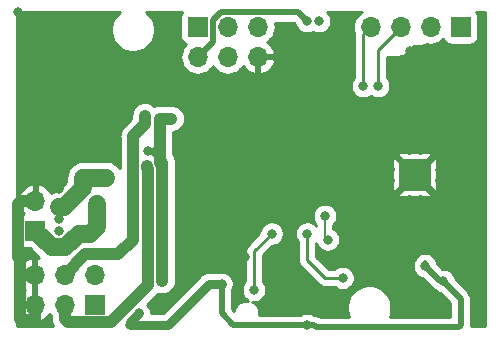
<source format=gbr>
G04 #@! TF.GenerationSoftware,KiCad,Pcbnew,5.0.0*
G04 #@! TF.CreationDate,2018-12-15T19:13:02-05:00*
G04 #@! TF.ProjectId,BT_12V_SmartSwitch-panelized-SINGLE,42545F3132565F536D61727453776974,rev?*
G04 #@! TF.SameCoordinates,Original*
G04 #@! TF.FileFunction,Copper,L2,Bot,Signal*
G04 #@! TF.FilePolarity,Positive*
%FSLAX46Y46*%
G04 Gerber Fmt 4.6, Leading zero omitted, Abs format (unit mm)*
G04 Created by KiCad (PCBNEW 5.0.0) date Sat Dec 15 19:13:02 2018*
%MOMM*%
%LPD*%
G01*
G04 APERTURE LIST*
G04 #@! TA.AperFunction,Conductor*
%ADD10R,2.700000X2.700000*%
G04 #@! TD*
G04 #@! TA.AperFunction,ComponentPad*
%ADD11C,0.800000*%
G04 #@! TD*
G04 #@! TA.AperFunction,ComponentPad*
%ADD12R,1.700000X1.700000*%
G04 #@! TD*
G04 #@! TA.AperFunction,ComponentPad*
%ADD13O,1.700000X1.700000*%
G04 #@! TD*
G04 #@! TA.AperFunction,ViaPad*
%ADD14C,0.800000*%
G04 #@! TD*
G04 #@! TA.AperFunction,Conductor*
%ADD15C,0.500000*%
G04 #@! TD*
G04 #@! TA.AperFunction,Conductor*
%ADD16C,0.750000*%
G04 #@! TD*
G04 #@! TA.AperFunction,Conductor*
%ADD17C,0.150000*%
G04 #@! TD*
G04 #@! TA.AperFunction,Conductor*
%ADD18C,1.000000*%
G04 #@! TD*
G04 #@! TA.AperFunction,Conductor*
%ADD19C,0.250000*%
G04 #@! TD*
G04 #@! TA.AperFunction,Conductor*
%ADD20C,1.500000*%
G04 #@! TD*
G04 #@! TA.AperFunction,Conductor*
%ADD21C,0.254000*%
G04 #@! TD*
G04 APERTURE END LIST*
D10*
G04 #@! TO.N,GND*
G04 #@! TO.C,U2*
X173850000Y-52500000D03*
D11*
G04 #@! TD*
G04 #@! TO.P,U2,25*
G04 #@! TO.N,GND*
X174750000Y-51600000D03*
G04 #@! TO.P,U2,25*
G04 #@! TO.N,GND*
X174750000Y-52500000D03*
X174750000Y-53400000D03*
X173850000Y-51600000D03*
X172950000Y-51600000D03*
X172950000Y-52500000D03*
X173850000Y-52500000D03*
X173850000Y-53400000D03*
X172950000Y-53400000D03*
G04 #@! TD*
D12*
G04 #@! TO.P,J3,1*
G04 #@! TO.N,RxD*
X177750000Y-40000000D03*
D13*
G04 #@! TO.P,J3,2*
G04 #@! TO.N,TxD*
X175210000Y-40000000D03*
G04 #@! TO.P,J3,3*
G04 #@! TO.N,CTS*
X172670000Y-40000000D03*
G04 #@! TO.P,J3,4*
G04 #@! TO.N,RTS*
X170130000Y-40000000D03*
G04 #@! TD*
D12*
G04 #@! TO.P,J1,1*
G04 #@! TO.N,12V_SUPP*
X141750000Y-57250000D03*
D13*
G04 #@! TO.P,J1,2*
G04 #@! TO.N,GND*
X141750000Y-54710000D03*
G04 #@! TD*
G04 #@! TO.P,J4,6*
G04 #@! TO.N,GND*
X160580000Y-42540000D03*
G04 #@! TO.P,J4,5*
G04 #@! TO.N,SPI_SSN*
X160580000Y-40000000D03*
G04 #@! TO.P,J4,4*
G04 #@! TO.N,SPI_MOSI*
X158040000Y-42540000D03*
G04 #@! TO.P,J4,3*
G04 #@! TO.N,SPI_SCK*
X158040000Y-40000000D03*
G04 #@! TO.P,J4,2*
G04 #@! TO.N,VDD*
X155500000Y-42540000D03*
D12*
G04 #@! TO.P,J4,1*
G04 #@! TO.N,SPI_MISO*
X155500000Y-40000000D03*
G04 #@! TD*
G04 #@! TO.P,J2,1*
G04 #@! TO.N,LOAD_OUT1*
X146750000Y-63500000D03*
D13*
G04 #@! TO.P,J2,2*
G04 #@! TO.N,LOAD_OUT2*
X146750000Y-60960000D03*
G04 #@! TO.P,J2,3*
G04 #@! TO.N,LOAD_OUT3*
X144210000Y-63500000D03*
G04 #@! TO.P,J2,4*
G04 #@! TO.N,LOAD_OUT4*
X144210000Y-60960000D03*
G04 #@! TO.P,J2,5*
G04 #@! TO.N,GND*
X141670000Y-63500000D03*
G04 #@! TO.P,J2,6*
X141670000Y-60960000D03*
G04 #@! TD*
D10*
G04 #@! TO.N,GND*
G04 #@! TO.C,U2*
X173850000Y-52500000D03*
D11*
G04 #@! TD*
G04 #@! TO.P,U2,25*
G04 #@! TO.N,GND*
X174750000Y-51600000D03*
G04 #@! TO.P,U2,25*
G04 #@! TO.N,GND*
X174750000Y-52500000D03*
X174750000Y-53400000D03*
X173850000Y-51600000D03*
X172950000Y-51600000D03*
X172950000Y-52500000D03*
X173850000Y-52500000D03*
X173850000Y-53400000D03*
X172950000Y-53400000D03*
G04 #@! TD*
D12*
G04 #@! TO.P,J3,1*
G04 #@! TO.N,RxD*
X177750000Y-40000000D03*
D13*
G04 #@! TO.P,J3,2*
G04 #@! TO.N,TxD*
X175210000Y-40000000D03*
G04 #@! TO.P,J3,3*
G04 #@! TO.N,CTS*
X172670000Y-40000000D03*
G04 #@! TO.P,J3,4*
G04 #@! TO.N,RTS*
X170130000Y-40000000D03*
G04 #@! TD*
D12*
G04 #@! TO.P,J1,1*
G04 #@! TO.N,12V_SUPP*
X141750000Y-57250000D03*
D13*
G04 #@! TO.P,J1,2*
G04 #@! TO.N,GND*
X141750000Y-54710000D03*
G04 #@! TD*
G04 #@! TO.P,J4,6*
G04 #@! TO.N,GND*
X160580000Y-42540000D03*
G04 #@! TO.P,J4,5*
G04 #@! TO.N,SPI_SSN*
X160580000Y-40000000D03*
G04 #@! TO.P,J4,4*
G04 #@! TO.N,SPI_MOSI*
X158040000Y-42540000D03*
G04 #@! TO.P,J4,3*
G04 #@! TO.N,SPI_SCK*
X158040000Y-40000000D03*
G04 #@! TO.P,J4,2*
G04 #@! TO.N,VDD*
X155500000Y-42540000D03*
D12*
G04 #@! TO.P,J4,1*
G04 #@! TO.N,SPI_MISO*
X155500000Y-40000000D03*
G04 #@! TD*
G04 #@! TO.P,J2,1*
G04 #@! TO.N,LOAD_OUT1*
X146750000Y-63500000D03*
D13*
G04 #@! TO.P,J2,2*
G04 #@! TO.N,LOAD_OUT2*
X146750000Y-60960000D03*
G04 #@! TO.P,J2,3*
G04 #@! TO.N,LOAD_OUT3*
X144210000Y-63500000D03*
G04 #@! TO.P,J2,4*
G04 #@! TO.N,LOAD_OUT4*
X144210000Y-60960000D03*
G04 #@! TO.P,J2,5*
G04 #@! TO.N,GND*
X141670000Y-63500000D03*
G04 #@! TO.P,J2,6*
X141670000Y-60960000D03*
G04 #@! TD*
D14*
G04 #@! TO.N,VDD*
X164750000Y-39500000D03*
X165750000Y-39500000D03*
X157500000Y-61750000D03*
X164750000Y-65250000D03*
X174737500Y-60250000D03*
X176250000Y-61500000D03*
X149750000Y-65250000D03*
X150500000Y-64250000D03*
X164750000Y-39500000D03*
X165750000Y-39500000D03*
X157500000Y-61750000D03*
X164750000Y-65250000D03*
X174737500Y-60250000D03*
X176250000Y-61500000D03*
X149750000Y-65250000D03*
X150500000Y-64250000D03*
G04 #@! TO.N,ADC_IN2*
X166250000Y-56000000D03*
X166500000Y-58000000D03*
X166250000Y-56000000D03*
X166500000Y-58000000D03*
G04 #@! TO.N,GND*
X159500000Y-59500000D03*
X173500000Y-42000000D03*
X168250000Y-42500000D03*
X176250000Y-57250000D03*
X176300000Y-47500000D03*
X168250000Y-49125000D03*
X168250000Y-52750000D03*
X141000000Y-46750000D03*
X142000000Y-46750000D03*
X143750000Y-52750000D03*
X143750000Y-53750000D03*
X160750000Y-47750000D03*
X161500000Y-51250000D03*
X160500000Y-56250000D03*
X151750000Y-63750000D03*
X162250000Y-63750000D03*
X172500000Y-61000000D03*
X178750000Y-62500000D03*
X140250000Y-38750000D03*
X159500000Y-59500000D03*
X173500000Y-42000000D03*
X168250000Y-42500000D03*
X176250000Y-57250000D03*
X176300000Y-47500000D03*
X168250000Y-49125000D03*
X168250000Y-52750000D03*
X141000000Y-46750000D03*
X142000000Y-46750000D03*
X143750000Y-52750000D03*
X143750000Y-53750000D03*
X160750000Y-47750000D03*
X161500000Y-51250000D03*
X160500000Y-56250000D03*
X151750000Y-63750000D03*
X162250000Y-63750000D03*
X172500000Y-61000000D03*
X178750000Y-62500000D03*
X140250000Y-38750000D03*
G04 #@! TO.N,STATUS*
X161750000Y-57500000D03*
X160250000Y-62250000D03*
X161750000Y-57500000D03*
X160250000Y-62250000D03*
G04 #@! TO.N,+12V*
X152500000Y-61500000D03*
X152500000Y-51500000D03*
X151250000Y-50500000D03*
X153250000Y-47750000D03*
X143750000Y-55250000D03*
X143750000Y-56250000D03*
X143750000Y-57250000D03*
X145750000Y-52750000D03*
X146750000Y-52750000D03*
X147750000Y-52750000D03*
X152250000Y-47750000D03*
X152500000Y-56500000D03*
X152500000Y-57500000D03*
X152500000Y-60500000D03*
X152500000Y-61500000D03*
X152500000Y-51500000D03*
X151250000Y-50500000D03*
X153250000Y-47750000D03*
X143750000Y-55250000D03*
X143750000Y-56250000D03*
X143750000Y-57250000D03*
X145750000Y-52750000D03*
X146750000Y-52750000D03*
X147750000Y-52750000D03*
X152250000Y-47750000D03*
X152500000Y-56500000D03*
X152500000Y-57500000D03*
X152500000Y-60500000D03*
G04 #@! TO.N,CTS*
X170750000Y-45000000D03*
X170750000Y-45000000D03*
G04 #@! TO.N,RTS*
X169500000Y-45000000D03*
X169500000Y-45000000D03*
G04 #@! TO.N,CTRL_OUT2*
X167750000Y-61250000D03*
X164750000Y-57500000D03*
X167750000Y-61250000D03*
X164750000Y-57500000D03*
G04 #@! TO.N,LOAD_OUT3*
X151250000Y-52000000D03*
X151250000Y-52000000D03*
G04 #@! TO.N,LOAD_OUT4*
X151000000Y-47500000D03*
X151000000Y-47500000D03*
G04 #@! TO.N,12V_SUPP*
X147000000Y-56250000D03*
X147000000Y-56900000D03*
X146400000Y-57500000D03*
X147000000Y-56250000D03*
X147000000Y-56900000D03*
X146400000Y-57500000D03*
G04 #@! TD*
D15*
G04 #@! TO.N,VDD*
X156789999Y-39399999D02*
X157439998Y-38750000D01*
X155500000Y-42540000D02*
X156789999Y-41250001D01*
X156789999Y-41250001D02*
X156789999Y-39399999D01*
X164000000Y-38750000D02*
X164750000Y-39500000D01*
X157439998Y-38750000D02*
X164000000Y-38750000D01*
X157500000Y-61750000D02*
X157500000Y-64250000D01*
X158500000Y-65250000D02*
X157500000Y-64250000D01*
X164750000Y-65250000D02*
X158500000Y-65250000D01*
X174737500Y-60000000D02*
X174750000Y-60000000D01*
X176250000Y-61500000D02*
X177750000Y-63000000D01*
X177750000Y-63000000D02*
X177750000Y-65250000D01*
X165315685Y-65250000D02*
X164750000Y-65250000D01*
X165465686Y-65400001D02*
X165315685Y-65250000D01*
X177599999Y-65400001D02*
X165465686Y-65400001D01*
X177750000Y-65250000D02*
X177599999Y-65400001D01*
X175987500Y-61500000D02*
X174737500Y-60250000D01*
X176250000Y-61500000D02*
X175987500Y-61500000D01*
D16*
X149750000Y-65000000D02*
X150500000Y-64250000D01*
X149750000Y-65250000D02*
X149750000Y-65000000D01*
X156431998Y-61750000D02*
X156934315Y-61750000D01*
X152931998Y-65250000D02*
X156431998Y-61750000D01*
X156934315Y-61750000D02*
X157500000Y-61750000D01*
X149750000Y-65250000D02*
X152931998Y-65250000D01*
D15*
X156789999Y-39399999D02*
X157439998Y-38750000D01*
X155500000Y-42540000D02*
X156789999Y-41250001D01*
X156789999Y-41250001D02*
X156789999Y-39399999D01*
X164000000Y-38750000D02*
X164750000Y-39500000D01*
X157439998Y-38750000D02*
X164000000Y-38750000D01*
X157500000Y-61750000D02*
X157500000Y-64250000D01*
X158500000Y-65250000D02*
X157500000Y-64250000D01*
X164750000Y-65250000D02*
X158500000Y-65250000D01*
X174737500Y-60000000D02*
X174750000Y-60000000D01*
X176250000Y-61500000D02*
X177750000Y-63000000D01*
X177750000Y-63000000D02*
X177750000Y-65250000D01*
X165315685Y-65250000D02*
X164750000Y-65250000D01*
X165465686Y-65400001D02*
X165315685Y-65250000D01*
X177599999Y-65400001D02*
X165465686Y-65400001D01*
X177750000Y-65250000D02*
X177599999Y-65400001D01*
X175987500Y-61500000D02*
X174737500Y-60250000D01*
X176250000Y-61500000D02*
X175987500Y-61500000D01*
D16*
X149750000Y-65000000D02*
X150500000Y-64250000D01*
X149750000Y-65250000D02*
X149750000Y-65000000D01*
X156431998Y-61750000D02*
X156934315Y-61750000D01*
X152931998Y-65250000D02*
X156431998Y-61750000D01*
X156934315Y-61750000D02*
X157500000Y-61750000D01*
X149750000Y-65250000D02*
X152931998Y-65250000D01*
D17*
G04 #@! TO.N,ADC_IN2*
X166250000Y-57750000D02*
X166500000Y-58000000D01*
X166250000Y-56000000D02*
X166250000Y-57750000D01*
X166250000Y-57750000D02*
X166500000Y-58000000D01*
X166250000Y-56000000D02*
X166250000Y-57750000D01*
D18*
G04 #@! TO.N,GND*
X140427919Y-63460000D02*
X140467919Y-63500000D01*
X140427919Y-61000000D02*
X140427919Y-63460000D01*
X140467919Y-60960000D02*
X140427919Y-61000000D01*
X141670000Y-60960000D02*
X140467919Y-60960000D01*
X140249999Y-55007920D02*
X140547919Y-54710000D01*
X140547919Y-54710000D02*
X141750000Y-54710000D01*
X140249999Y-59499999D02*
X140249999Y-55007920D01*
X140467919Y-59717919D02*
X140249999Y-59499999D01*
X140467919Y-60960000D02*
X140467919Y-59717919D01*
X141670000Y-64702081D02*
X141750000Y-64782081D01*
X141670000Y-63500000D02*
X141670000Y-64702081D01*
X141750000Y-64782081D02*
X140532081Y-64782081D01*
X140467919Y-64717919D02*
X140467919Y-63500000D01*
X140532081Y-64782081D02*
X140467919Y-64717919D01*
X140427919Y-63460000D02*
X140467919Y-63500000D01*
X140427919Y-61000000D02*
X140427919Y-63460000D01*
X140467919Y-60960000D02*
X140427919Y-61000000D01*
X141670000Y-60960000D02*
X140467919Y-60960000D01*
X140249999Y-55007920D02*
X140547919Y-54710000D01*
X140547919Y-54710000D02*
X141750000Y-54710000D01*
X140249999Y-59499999D02*
X140249999Y-55007920D01*
X140467919Y-59717919D02*
X140249999Y-59499999D01*
X140467919Y-60960000D02*
X140467919Y-59717919D01*
X141670000Y-64702081D02*
X141750000Y-64782081D01*
X141670000Y-63500000D02*
X141670000Y-64702081D01*
X141750000Y-64782081D02*
X140532081Y-64782081D01*
X140467919Y-64717919D02*
X140467919Y-63500000D01*
X140532081Y-64782081D02*
X140467919Y-64717919D01*
D19*
G04 #@! TO.N,STATUS*
X160250000Y-59000000D02*
X160250000Y-62250000D01*
X161750000Y-57500000D02*
X160250000Y-59000000D01*
X160250000Y-59000000D02*
X160250000Y-62250000D01*
X161750000Y-57500000D02*
X160250000Y-59000000D01*
D20*
G04 #@! TO.N,+12V*
X145750000Y-53315685D02*
X145750000Y-52750000D01*
X145750000Y-53674002D02*
X145750000Y-53315685D01*
X144174002Y-55250000D02*
X145750000Y-53674002D01*
X143750000Y-55250000D02*
X144174002Y-55250000D01*
X145750000Y-52750000D02*
X147750000Y-52750000D01*
D16*
X152250000Y-51500000D02*
X152250000Y-51000000D01*
X152250000Y-50934315D02*
X151815685Y-50500000D01*
X152250000Y-51500000D02*
X152250000Y-50934315D01*
D18*
X153250000Y-47750000D02*
X152250000Y-47750000D01*
X152300020Y-51273651D02*
X152300020Y-51500000D01*
X152250000Y-51223631D02*
X152300020Y-51273651D01*
X152500000Y-51500000D02*
X152500000Y-61500000D01*
D15*
X151250000Y-50500000D02*
X152250000Y-50500000D01*
D18*
X152250000Y-47750000D02*
X152250000Y-50500000D01*
X152250000Y-50500000D02*
X152250000Y-51223631D01*
D20*
X145750000Y-53315685D02*
X145750000Y-52750000D01*
X145750000Y-53674002D02*
X145750000Y-53315685D01*
X144174002Y-55250000D02*
X145750000Y-53674002D01*
X143750000Y-55250000D02*
X144174002Y-55250000D01*
X145750000Y-52750000D02*
X147750000Y-52750000D01*
D16*
X152250000Y-51500000D02*
X152250000Y-51000000D01*
X152250000Y-50934315D02*
X151815685Y-50500000D01*
X152250000Y-51500000D02*
X152250000Y-50934315D01*
D18*
X153250000Y-47750000D02*
X152250000Y-47750000D01*
X152300020Y-51273651D02*
X152300020Y-51500000D01*
X152250000Y-51223631D02*
X152300020Y-51273651D01*
X152500000Y-51500000D02*
X152500000Y-61500000D01*
D15*
X151250000Y-50500000D02*
X152250000Y-50500000D01*
D18*
X152250000Y-47750000D02*
X152250000Y-50500000D01*
X152250000Y-50500000D02*
X152250000Y-51223631D01*
D19*
G04 #@! TO.N,CTS*
X170750000Y-41920000D02*
X172670000Y-40000000D01*
X170750000Y-45000000D02*
X170750000Y-41920000D01*
X170750000Y-41920000D02*
X172670000Y-40000000D01*
X170750000Y-45000000D02*
X170750000Y-41920000D01*
G04 #@! TO.N,RTS*
X169500000Y-40630000D02*
X170130000Y-40000000D01*
X169500000Y-45000000D02*
X169500000Y-40630000D01*
X169500000Y-40630000D02*
X170130000Y-40000000D01*
X169500000Y-45000000D02*
X169500000Y-40630000D01*
G04 #@! TO.N,CTRL_OUT2*
X167750000Y-61250000D02*
X166250000Y-61250000D01*
X164750000Y-59750000D02*
X164750000Y-57500000D01*
X166250000Y-61250000D02*
X164750000Y-59750000D01*
X167750000Y-61250000D02*
X166250000Y-61250000D01*
X164750000Y-59750000D02*
X164750000Y-57500000D01*
X166250000Y-61250000D02*
X164750000Y-59750000D01*
D18*
G04 #@! TO.N,LOAD_OUT3*
X151150010Y-51900010D02*
X151150010Y-51750000D01*
X144210000Y-63500000D02*
X144210000Y-64702081D01*
X151250000Y-61870002D02*
X151250000Y-52000000D01*
X144210000Y-64702081D02*
X144507920Y-65000001D01*
X144507920Y-65000001D02*
X148120001Y-65000001D01*
X148120001Y-65000001D02*
X151250000Y-61870002D01*
X151250000Y-52000000D02*
X151150010Y-51900010D01*
X151150010Y-51900010D02*
X151150010Y-51750000D01*
X144210000Y-63500000D02*
X144210000Y-64702081D01*
X151250000Y-61870002D02*
X151250000Y-52000000D01*
X144210000Y-64702081D02*
X144507920Y-65000001D01*
X144507920Y-65000001D02*
X148120001Y-65000001D01*
X148120001Y-65000001D02*
X151250000Y-61870002D01*
X151250000Y-52000000D02*
X151150010Y-51900010D01*
G04 #@! TO.N,LOAD_OUT4*
X145920000Y-59250000D02*
X144210000Y-60960000D01*
X148750000Y-59250000D02*
X145920000Y-59250000D01*
X150000000Y-58000000D02*
X148750000Y-59250000D01*
X151000000Y-48250000D02*
X150000000Y-49250000D01*
X150000000Y-49250000D02*
X150000000Y-58000000D01*
X151000000Y-47500000D02*
X151000000Y-48250000D01*
X145920000Y-59250000D02*
X144210000Y-60960000D01*
X148750000Y-59250000D02*
X145920000Y-59250000D01*
X150000000Y-58000000D02*
X148750000Y-59250000D01*
X151000000Y-48250000D02*
X150000000Y-49250000D01*
X150000000Y-49250000D02*
X150000000Y-58000000D01*
X151000000Y-47500000D02*
X151000000Y-48250000D01*
D20*
G04 #@! TO.N,12V_SUPP*
X147000000Y-56250000D02*
X147000000Y-55000000D01*
X147000000Y-56900000D02*
X147000000Y-56250000D01*
X146400000Y-57500000D02*
X147000000Y-56900000D01*
X144273992Y-58650010D02*
X145424002Y-57500000D01*
X141750000Y-57250000D02*
X143150010Y-58650010D01*
X145424002Y-57500000D02*
X146400000Y-57500000D01*
X143150010Y-58650010D02*
X144273992Y-58650010D01*
X147000000Y-56250000D02*
X147000000Y-55000000D01*
X147000000Y-56900000D02*
X147000000Y-56250000D01*
X146400000Y-57500000D02*
X147000000Y-56900000D01*
X144273992Y-58650010D02*
X145424002Y-57500000D01*
X141750000Y-57250000D02*
X143150010Y-58650010D01*
X145424002Y-57500000D02*
X146400000Y-57500000D01*
X143150010Y-58650010D02*
X144273992Y-58650010D01*
G04 #@! TD*
D21*
G04 #@! TO.N,GND*
G36*
X148798382Y-38785825D02*
X148535825Y-39048382D01*
X148329534Y-39357118D01*
X148187439Y-39700166D01*
X148115000Y-40064344D01*
X148115000Y-40435656D01*
X148187439Y-40799834D01*
X148329534Y-41142882D01*
X148535825Y-41451618D01*
X148798382Y-41714175D01*
X149107118Y-41920466D01*
X149450166Y-42062561D01*
X149814344Y-42135000D01*
X150185656Y-42135000D01*
X150549834Y-42062561D01*
X150892882Y-41920466D01*
X151201618Y-41714175D01*
X151464175Y-41451618D01*
X151670466Y-41142882D01*
X151812561Y-40799834D01*
X151885000Y-40435656D01*
X151885000Y-40064344D01*
X151812561Y-39700166D01*
X151670466Y-39357118D01*
X151464175Y-39048382D01*
X151201618Y-38785825D01*
X151088138Y-38710000D01*
X154189636Y-38710000D01*
X154119463Y-38795506D01*
X154060498Y-38905820D01*
X154024188Y-39025518D01*
X154011928Y-39150000D01*
X154011928Y-40850000D01*
X154024188Y-40974482D01*
X154060498Y-41094180D01*
X154119463Y-41204494D01*
X154198815Y-41301185D01*
X154295506Y-41380537D01*
X154405820Y-41439502D01*
X154474687Y-41460393D01*
X154444866Y-41484866D01*
X154259294Y-41710986D01*
X154121401Y-41968966D01*
X154036487Y-42248889D01*
X154007815Y-42540000D01*
X154036487Y-42831111D01*
X154121401Y-43111034D01*
X154259294Y-43369014D01*
X154444866Y-43595134D01*
X154670986Y-43780706D01*
X154928966Y-43918599D01*
X155208889Y-44003513D01*
X155427050Y-44025000D01*
X155572950Y-44025000D01*
X155791111Y-44003513D01*
X156071034Y-43918599D01*
X156329014Y-43780706D01*
X156555134Y-43595134D01*
X156740706Y-43369014D01*
X156770000Y-43314209D01*
X156799294Y-43369014D01*
X156984866Y-43595134D01*
X157210986Y-43780706D01*
X157468966Y-43918599D01*
X157748889Y-44003513D01*
X157967050Y-44025000D01*
X158112950Y-44025000D01*
X158331111Y-44003513D01*
X158611034Y-43918599D01*
X158869014Y-43780706D01*
X159095134Y-43595134D01*
X159280706Y-43369014D01*
X159315201Y-43304477D01*
X159384822Y-43421355D01*
X159579731Y-43637588D01*
X159813080Y-43811641D01*
X160075901Y-43936825D01*
X160223110Y-43981476D01*
X160453000Y-43860155D01*
X160453000Y-42667000D01*
X160707000Y-42667000D01*
X160707000Y-43860155D01*
X160936890Y-43981476D01*
X161084099Y-43936825D01*
X161346920Y-43811641D01*
X161580269Y-43637588D01*
X161775178Y-43421355D01*
X161924157Y-43171252D01*
X162021481Y-42896891D01*
X161900814Y-42667000D01*
X160707000Y-42667000D01*
X160453000Y-42667000D01*
X160433000Y-42667000D01*
X160433000Y-42413000D01*
X160453000Y-42413000D01*
X160453000Y-42393000D01*
X160707000Y-42393000D01*
X160707000Y-42413000D01*
X161900814Y-42413000D01*
X162021481Y-42183109D01*
X161924157Y-41908748D01*
X161775178Y-41658645D01*
X161580269Y-41442412D01*
X161351244Y-41271584D01*
X161409014Y-41240706D01*
X161635134Y-41055134D01*
X161820706Y-40829014D01*
X161958599Y-40571034D01*
X162043513Y-40291111D01*
X162072185Y-40000000D01*
X162043513Y-39708889D01*
X162021099Y-39635000D01*
X163633422Y-39635000D01*
X163743465Y-39745044D01*
X163754774Y-39801898D01*
X163832795Y-39990256D01*
X163946063Y-40159774D01*
X164090226Y-40303937D01*
X164259744Y-40417205D01*
X164448102Y-40495226D01*
X164648061Y-40535000D01*
X164851939Y-40535000D01*
X165051898Y-40495226D01*
X165240256Y-40417205D01*
X165250000Y-40410694D01*
X165259744Y-40417205D01*
X165448102Y-40495226D01*
X165648061Y-40535000D01*
X165851939Y-40535000D01*
X166051898Y-40495226D01*
X166240256Y-40417205D01*
X166409774Y-40303937D01*
X166553937Y-40159774D01*
X166667205Y-39990256D01*
X166745226Y-39801898D01*
X166785000Y-39601939D01*
X166785000Y-39398061D01*
X166745226Y-39198102D01*
X166667205Y-39009744D01*
X166553937Y-38840226D01*
X166423711Y-38710000D01*
X169393209Y-38710000D01*
X169300986Y-38759294D01*
X169074866Y-38944866D01*
X168889294Y-39170986D01*
X168751401Y-39428966D01*
X168666487Y-39708889D01*
X168637815Y-40000000D01*
X168666487Y-40291111D01*
X168744404Y-40547967D01*
X168736324Y-40630000D01*
X168740001Y-40667332D01*
X168740000Y-44296289D01*
X168696063Y-44340226D01*
X168582795Y-44509744D01*
X168504774Y-44698102D01*
X168465000Y-44898061D01*
X168465000Y-45101939D01*
X168504774Y-45301898D01*
X168582795Y-45490256D01*
X168696063Y-45659774D01*
X168840226Y-45803937D01*
X169009744Y-45917205D01*
X169198102Y-45995226D01*
X169398061Y-46035000D01*
X169601939Y-46035000D01*
X169801898Y-45995226D01*
X169990256Y-45917205D01*
X170125000Y-45827172D01*
X170259744Y-45917205D01*
X170448102Y-45995226D01*
X170648061Y-46035000D01*
X170851939Y-46035000D01*
X171051898Y-45995226D01*
X171240256Y-45917205D01*
X171409774Y-45803937D01*
X171553937Y-45659774D01*
X171667205Y-45490256D01*
X171745226Y-45301898D01*
X171785000Y-45101939D01*
X171785000Y-44898061D01*
X171745226Y-44698102D01*
X171667205Y-44509744D01*
X171553937Y-44340226D01*
X171510000Y-44296289D01*
X171510000Y-42510000D01*
X172547680Y-42510000D01*
X172585002Y-42513676D01*
X172622324Y-42510000D01*
X172622335Y-42510000D01*
X172733988Y-42499003D01*
X172877249Y-42455546D01*
X173009278Y-42384974D01*
X173125003Y-42290001D01*
X173148805Y-42260998D01*
X173799805Y-41609999D01*
X174322679Y-41609999D01*
X174360001Y-41613675D01*
X174397323Y-41609999D01*
X174397334Y-41609999D01*
X174508987Y-41599002D01*
X174652248Y-41555545D01*
X174784277Y-41484973D01*
X174839698Y-41439490D01*
X174918889Y-41463513D01*
X175137050Y-41485000D01*
X175282950Y-41485000D01*
X175501111Y-41463513D01*
X175781034Y-41378599D01*
X176039014Y-41240706D01*
X176265134Y-41055134D01*
X176289607Y-41025313D01*
X176310498Y-41094180D01*
X176369463Y-41204494D01*
X176448815Y-41301185D01*
X176545506Y-41380537D01*
X176655820Y-41439502D01*
X176775518Y-41475812D01*
X176900000Y-41488072D01*
X178600000Y-41488072D01*
X178724482Y-41475812D01*
X178844180Y-41439502D01*
X178954494Y-41380537D01*
X179051185Y-41301185D01*
X179130537Y-41204494D01*
X179189502Y-41094180D01*
X179225812Y-40974482D01*
X179238072Y-40850000D01*
X179238072Y-39150000D01*
X179225812Y-39025518D01*
X179189502Y-38905820D01*
X179130537Y-38795506D01*
X179060364Y-38710000D01*
X179790000Y-38710000D01*
X179790001Y-65290000D01*
X178635341Y-65290000D01*
X178639281Y-65250001D01*
X178635000Y-65206535D01*
X178635000Y-63043465D01*
X178639281Y-62999999D01*
X178635000Y-62956533D01*
X178635000Y-62956523D01*
X178622195Y-62826510D01*
X178571589Y-62659687D01*
X178489411Y-62505941D01*
X178439288Y-62444866D01*
X178406532Y-62404953D01*
X178406530Y-62404951D01*
X178378817Y-62371183D01*
X178345050Y-62343471D01*
X177256535Y-61254957D01*
X177245226Y-61198102D01*
X177167205Y-61009744D01*
X177053937Y-60840226D01*
X176909774Y-60696063D01*
X176740256Y-60582795D01*
X176551898Y-60504774D01*
X176351939Y-60465000D01*
X176204079Y-60465000D01*
X175744035Y-60004957D01*
X175732726Y-59948102D01*
X175654705Y-59759744D01*
X175541437Y-59590226D01*
X175526452Y-59575241D01*
X175489411Y-59505941D01*
X175378817Y-59371183D01*
X175244059Y-59260589D01*
X175090313Y-59178411D01*
X174923490Y-59127805D01*
X174793477Y-59115000D01*
X174694023Y-59115000D01*
X174564010Y-59127805D01*
X174397187Y-59178411D01*
X174243441Y-59260589D01*
X174108683Y-59371183D01*
X173998089Y-59505941D01*
X173975401Y-59548388D01*
X173933563Y-59590226D01*
X173820295Y-59759744D01*
X173742274Y-59948102D01*
X173702500Y-60148061D01*
X173702500Y-60351939D01*
X173742274Y-60551898D01*
X173820295Y-60740256D01*
X173933563Y-60909774D01*
X174077726Y-61053937D01*
X174247244Y-61167205D01*
X174435602Y-61245226D01*
X174492457Y-61256535D01*
X175330970Y-62095049D01*
X175358683Y-62128817D01*
X175392451Y-62156530D01*
X175392453Y-62156532D01*
X175419113Y-62178411D01*
X175493441Y-62239411D01*
X175562741Y-62276452D01*
X175590226Y-62303937D01*
X175759744Y-62417205D01*
X175948102Y-62495226D01*
X176004957Y-62506535D01*
X176865000Y-63366579D01*
X176865001Y-64515001D01*
X171723436Y-64515001D01*
X171812561Y-64299834D01*
X171885000Y-63935656D01*
X171885000Y-63564344D01*
X171812561Y-63200166D01*
X171670466Y-62857118D01*
X171464175Y-62548382D01*
X171201618Y-62285825D01*
X170892882Y-62079534D01*
X170549834Y-61937439D01*
X170185656Y-61865000D01*
X169814344Y-61865000D01*
X169450166Y-61937439D01*
X169107118Y-62079534D01*
X168798382Y-62285825D01*
X168535825Y-62548382D01*
X168329534Y-62857118D01*
X168187439Y-63200166D01*
X168115000Y-63564344D01*
X168115000Y-63935656D01*
X168187439Y-64299834D01*
X168276564Y-64515001D01*
X165815120Y-64515001D01*
X165809744Y-64510589D01*
X165655998Y-64428411D01*
X165489175Y-64377805D01*
X165359162Y-64365000D01*
X165359154Y-64365000D01*
X165315685Y-64360719D01*
X165286368Y-64363606D01*
X165240256Y-64332795D01*
X165051898Y-64254774D01*
X164851939Y-64215000D01*
X164648061Y-64215000D01*
X164448102Y-64254774D01*
X164259744Y-64332795D01*
X164211546Y-64365000D01*
X160708381Y-64365000D01*
X160710000Y-64356863D01*
X160710000Y-64143137D01*
X160668304Y-63933517D01*
X160586515Y-63736060D01*
X160467775Y-63558353D01*
X160316647Y-63407225D01*
X160138940Y-63288485D01*
X160114327Y-63278290D01*
X160148061Y-63285000D01*
X160351939Y-63285000D01*
X160551898Y-63245226D01*
X160740256Y-63167205D01*
X160909774Y-63053937D01*
X161053937Y-62909774D01*
X161167205Y-62740256D01*
X161245226Y-62551898D01*
X161285000Y-62351939D01*
X161285000Y-62148061D01*
X161245226Y-61948102D01*
X161167205Y-61759744D01*
X161053937Y-61590226D01*
X161010000Y-61546289D01*
X161010000Y-59314801D01*
X161789802Y-58535000D01*
X161851939Y-58535000D01*
X162051898Y-58495226D01*
X162240256Y-58417205D01*
X162409774Y-58303937D01*
X162553937Y-58159774D01*
X162667205Y-57990256D01*
X162745226Y-57801898D01*
X162785000Y-57601939D01*
X162785000Y-57398061D01*
X163715000Y-57398061D01*
X163715000Y-57601939D01*
X163754774Y-57801898D01*
X163832795Y-57990256D01*
X163946063Y-58159774D01*
X163990001Y-58203712D01*
X163990000Y-59712677D01*
X163986324Y-59750000D01*
X163990000Y-59787322D01*
X163990000Y-59787332D01*
X164000997Y-59898985D01*
X164031639Y-60000000D01*
X164044454Y-60042246D01*
X164115026Y-60174276D01*
X164134729Y-60198284D01*
X164209999Y-60290001D01*
X164239003Y-60313804D01*
X165686201Y-61761003D01*
X165709999Y-61790001D01*
X165825724Y-61884974D01*
X165957753Y-61955546D01*
X166101014Y-61999003D01*
X166212667Y-62010000D01*
X166212676Y-62010000D01*
X166249999Y-62013676D01*
X166287322Y-62010000D01*
X167046289Y-62010000D01*
X167090226Y-62053937D01*
X167259744Y-62167205D01*
X167448102Y-62245226D01*
X167648061Y-62285000D01*
X167851939Y-62285000D01*
X168051898Y-62245226D01*
X168240256Y-62167205D01*
X168409774Y-62053937D01*
X168553937Y-61909774D01*
X168667205Y-61740256D01*
X168745226Y-61551898D01*
X168785000Y-61351939D01*
X168785000Y-61148061D01*
X168745226Y-60948102D01*
X168667205Y-60759744D01*
X168553937Y-60590226D01*
X168409774Y-60446063D01*
X168240256Y-60332795D01*
X168051898Y-60254774D01*
X167851939Y-60215000D01*
X167648061Y-60215000D01*
X167448102Y-60254774D01*
X167259744Y-60332795D01*
X167090226Y-60446063D01*
X167046289Y-60490000D01*
X166564802Y-60490000D01*
X165510000Y-59435199D01*
X165510000Y-58314515D01*
X165582795Y-58490256D01*
X165696063Y-58659774D01*
X165840226Y-58803937D01*
X166009744Y-58917205D01*
X166198102Y-58995226D01*
X166398061Y-59035000D01*
X166601939Y-59035000D01*
X166801898Y-58995226D01*
X166990256Y-58917205D01*
X167159774Y-58803937D01*
X167303937Y-58659774D01*
X167417205Y-58490256D01*
X167495226Y-58301898D01*
X167535000Y-58101939D01*
X167535000Y-57898061D01*
X167495226Y-57698102D01*
X167417205Y-57509744D01*
X167303937Y-57340226D01*
X167159774Y-57196063D01*
X166990256Y-57082795D01*
X166960000Y-57070262D01*
X166960000Y-56753711D01*
X167053937Y-56659774D01*
X167167205Y-56490256D01*
X167245226Y-56301898D01*
X167285000Y-56101939D01*
X167285000Y-55898061D01*
X167245226Y-55698102D01*
X167167205Y-55509744D01*
X167053937Y-55340226D01*
X166909774Y-55196063D01*
X166740256Y-55082795D01*
X166551898Y-55004774D01*
X166351939Y-54965000D01*
X166148061Y-54965000D01*
X165948102Y-55004774D01*
X165759744Y-55082795D01*
X165590226Y-55196063D01*
X165446063Y-55340226D01*
X165332795Y-55509744D01*
X165254774Y-55698102D01*
X165215000Y-55898061D01*
X165215000Y-56101939D01*
X165254774Y-56301898D01*
X165332795Y-56490256D01*
X165446063Y-56659774D01*
X165540000Y-56753711D01*
X165540000Y-56826289D01*
X165409774Y-56696063D01*
X165240256Y-56582795D01*
X165051898Y-56504774D01*
X164851939Y-56465000D01*
X164648061Y-56465000D01*
X164448102Y-56504774D01*
X164259744Y-56582795D01*
X164090226Y-56696063D01*
X163946063Y-56840226D01*
X163832795Y-57009744D01*
X163754774Y-57198102D01*
X163715000Y-57398061D01*
X162785000Y-57398061D01*
X162745226Y-57198102D01*
X162667205Y-57009744D01*
X162553937Y-56840226D01*
X162409774Y-56696063D01*
X162240256Y-56582795D01*
X162051898Y-56504774D01*
X161851939Y-56465000D01*
X161648061Y-56465000D01*
X161448102Y-56504774D01*
X161259744Y-56582795D01*
X161090226Y-56696063D01*
X160946063Y-56840226D01*
X160832795Y-57009744D01*
X160754774Y-57198102D01*
X160715000Y-57398061D01*
X160715000Y-57460198D01*
X159739003Y-58436196D01*
X159709999Y-58459999D01*
X159673500Y-58504474D01*
X159615026Y-58575724D01*
X159571499Y-58657157D01*
X159544454Y-58707754D01*
X159500997Y-58851015D01*
X159490000Y-58962668D01*
X159490000Y-58962678D01*
X159486324Y-59000000D01*
X159490000Y-59037323D01*
X159490001Y-61546288D01*
X159446063Y-61590226D01*
X159332795Y-61759744D01*
X159254774Y-61948102D01*
X159215000Y-62148061D01*
X159215000Y-62351939D01*
X159254774Y-62551898D01*
X159332795Y-62740256D01*
X159446063Y-62909774D01*
X159590226Y-63053937D01*
X159759744Y-63167205D01*
X159775261Y-63173632D01*
X159731863Y-63165000D01*
X159518137Y-63165000D01*
X159308517Y-63206696D01*
X159111060Y-63288485D01*
X158933353Y-63407225D01*
X158782225Y-63558353D01*
X158663485Y-63736060D01*
X158581696Y-63933517D01*
X158557373Y-64055795D01*
X158385000Y-63883422D01*
X158385000Y-62288454D01*
X158417205Y-62240256D01*
X158495226Y-62051898D01*
X158535000Y-61851939D01*
X158535000Y-61648061D01*
X158495226Y-61448102D01*
X158417205Y-61259744D01*
X158303937Y-61090226D01*
X158159774Y-60946063D01*
X157990256Y-60832795D01*
X157801898Y-60754774D01*
X157601939Y-60715000D01*
X157398061Y-60715000D01*
X157272377Y-60740000D01*
X156481595Y-60740000D01*
X156431997Y-60735115D01*
X156382399Y-60740000D01*
X156382390Y-60740000D01*
X156234004Y-60754615D01*
X156043618Y-60812368D01*
X155868158Y-60906153D01*
X155714365Y-61032367D01*
X155682742Y-61070900D01*
X152513643Y-64240000D01*
X151535000Y-64240000D01*
X151535000Y-64148061D01*
X151495226Y-63948102D01*
X151417205Y-63759744D01*
X151303937Y-63590226D01*
X151219422Y-63505711D01*
X152013141Y-62711993D01*
X152056449Y-62676451D01*
X152138540Y-62576423D01*
X152277502Y-62618577D01*
X152500000Y-62640491D01*
X152722499Y-62618577D01*
X152936447Y-62553676D01*
X153133623Y-62448284D01*
X153306449Y-62306449D01*
X153448284Y-62133623D01*
X153553676Y-61936447D01*
X153618577Y-61722499D01*
X153635000Y-61555752D01*
X153635000Y-51686377D01*
X171913587Y-51686377D01*
X171950353Y-51886912D01*
X172015960Y-52052288D01*
X171959423Y-52183184D01*
X171916649Y-52382523D01*
X171913587Y-52586377D01*
X171950353Y-52786912D01*
X172015960Y-52952288D01*
X171959423Y-53083184D01*
X171916649Y-53282523D01*
X171913587Y-53486377D01*
X171950353Y-53686912D01*
X172025534Y-53876420D01*
X172040264Y-53903981D01*
X172243559Y-53926836D01*
X172671579Y-53498816D01*
X172821776Y-53531045D01*
X172849166Y-53680439D01*
X172423164Y-54106441D01*
X172446019Y-54309736D01*
X172633184Y-54390577D01*
X172832523Y-54433351D01*
X173036377Y-54436413D01*
X173236912Y-54399647D01*
X173402288Y-54334040D01*
X173533184Y-54390577D01*
X173732523Y-54433351D01*
X173936377Y-54436413D01*
X174136912Y-54399647D01*
X174302288Y-54334040D01*
X174433184Y-54390577D01*
X174632523Y-54433351D01*
X174836377Y-54436413D01*
X175036912Y-54399647D01*
X175226420Y-54324466D01*
X175253981Y-54309736D01*
X175276836Y-54106441D01*
X174848816Y-53678421D01*
X174881045Y-53528224D01*
X175030439Y-53500834D01*
X175456441Y-53926836D01*
X175659736Y-53903981D01*
X175740577Y-53716816D01*
X175783351Y-53517477D01*
X175786413Y-53313623D01*
X175749647Y-53113088D01*
X175684040Y-52947712D01*
X175740577Y-52816816D01*
X175783351Y-52617477D01*
X175786413Y-52413623D01*
X175749647Y-52213088D01*
X175684040Y-52047712D01*
X175740577Y-51916816D01*
X175783351Y-51717477D01*
X175786413Y-51513623D01*
X175749647Y-51313088D01*
X175674466Y-51123580D01*
X175659736Y-51096019D01*
X175456441Y-51073164D01*
X175028421Y-51501184D01*
X174878224Y-51468955D01*
X174850834Y-51319561D01*
X175276836Y-50893559D01*
X175253981Y-50690264D01*
X175066816Y-50609423D01*
X174867477Y-50566649D01*
X174663623Y-50563587D01*
X174463088Y-50600353D01*
X174297712Y-50665960D01*
X174166816Y-50609423D01*
X173967477Y-50566649D01*
X173763623Y-50563587D01*
X173563088Y-50600353D01*
X173397712Y-50665960D01*
X173266816Y-50609423D01*
X173067477Y-50566649D01*
X172863623Y-50563587D01*
X172663088Y-50600353D01*
X172473580Y-50675534D01*
X172446019Y-50690264D01*
X172423164Y-50893559D01*
X172851184Y-51321579D01*
X172818955Y-51471776D01*
X172669561Y-51499166D01*
X172243559Y-51073164D01*
X172040264Y-51096019D01*
X171959423Y-51283184D01*
X171916649Y-51482523D01*
X171913587Y-51686377D01*
X153635000Y-51686377D01*
X153635000Y-51444248D01*
X153618577Y-51277501D01*
X153553676Y-51063553D01*
X153448284Y-50866377D01*
X153385000Y-50789265D01*
X153385000Y-48877195D01*
X153472499Y-48868577D01*
X153686447Y-48803676D01*
X153883623Y-48698284D01*
X154056449Y-48556449D01*
X154198284Y-48383623D01*
X154303676Y-48186447D01*
X154368577Y-47972499D01*
X154390491Y-47750000D01*
X154368577Y-47527501D01*
X154303676Y-47313553D01*
X154198284Y-47116377D01*
X154056449Y-46943551D01*
X153883623Y-46801716D01*
X153686447Y-46696324D01*
X153472499Y-46631423D01*
X153305752Y-46615000D01*
X152305751Y-46615000D01*
X152250000Y-46609509D01*
X152194248Y-46615000D01*
X152027501Y-46631423D01*
X151813553Y-46696324D01*
X151810197Y-46698118D01*
X151806449Y-46693551D01*
X151633623Y-46551716D01*
X151436446Y-46446324D01*
X151222498Y-46381423D01*
X151000000Y-46359509D01*
X150777501Y-46381423D01*
X150563553Y-46446324D01*
X150366377Y-46551716D01*
X150193551Y-46693551D01*
X150051716Y-46866377D01*
X149946324Y-47063554D01*
X149881423Y-47277502D01*
X149865000Y-47444249D01*
X149865000Y-47779868D01*
X149236864Y-48408005D01*
X149193551Y-48443551D01*
X149051716Y-48616377D01*
X148982846Y-48745226D01*
X148946324Y-48813554D01*
X148881423Y-49027502D01*
X148859509Y-49250000D01*
X148865000Y-49305752D01*
X148865000Y-51925444D01*
X148734081Y-51765919D01*
X148523188Y-51592843D01*
X148282581Y-51464236D01*
X148021507Y-51385040D01*
X147818037Y-51365000D01*
X145818037Y-51365000D01*
X145750000Y-51358299D01*
X145681964Y-51365000D01*
X145681963Y-51365000D01*
X145478493Y-51385040D01*
X145217419Y-51464236D01*
X144976812Y-51592843D01*
X144765919Y-51765919D01*
X144592843Y-51976812D01*
X144464236Y-52217419D01*
X144385040Y-52478493D01*
X144358299Y-52750000D01*
X144365000Y-52818037D01*
X144365000Y-53100316D01*
X143591397Y-53873920D01*
X143478493Y-53885040D01*
X143217419Y-53964236D01*
X143069402Y-54043353D01*
X143021641Y-53943080D01*
X142847588Y-53709731D01*
X142631355Y-53514822D01*
X142381252Y-53365843D01*
X142106891Y-53268519D01*
X141877000Y-53389186D01*
X141877000Y-54583000D01*
X141897000Y-54583000D01*
X141897000Y-54837000D01*
X141877000Y-54837000D01*
X141877000Y-54857000D01*
X141623000Y-54857000D01*
X141623000Y-54837000D01*
X140429845Y-54837000D01*
X140308524Y-55066890D01*
X140353175Y-55214099D01*
X140478359Y-55476920D01*
X140652412Y-55710269D01*
X140736466Y-55786034D01*
X140655820Y-55810498D01*
X140545506Y-55869463D01*
X140448815Y-55948815D01*
X140369463Y-56045506D01*
X140310498Y-56155820D01*
X140274188Y-56275518D01*
X140261928Y-56400000D01*
X140261928Y-58100000D01*
X140274188Y-58224482D01*
X140310498Y-58344180D01*
X140369463Y-58454494D01*
X140448815Y-58551185D01*
X140545506Y-58630537D01*
X140655820Y-58689502D01*
X140775518Y-58725812D01*
X140900000Y-58738072D01*
X141279387Y-58738072D01*
X142074183Y-59532869D01*
X142026890Y-59518524D01*
X141797000Y-59639845D01*
X141797000Y-60833000D01*
X141817000Y-60833000D01*
X141817000Y-61087000D01*
X141797000Y-61087000D01*
X141797000Y-63373000D01*
X141817000Y-63373000D01*
X141817000Y-63627000D01*
X141797000Y-63627000D01*
X141797000Y-64820155D01*
X142026890Y-64941476D01*
X142174099Y-64896825D01*
X142436920Y-64771641D01*
X142670269Y-64597588D01*
X142865178Y-64381355D01*
X142934799Y-64264477D01*
X142969294Y-64329014D01*
X143075000Y-64457817D01*
X143075000Y-64646330D01*
X143069509Y-64702081D01*
X143075000Y-64757832D01*
X143075000Y-64757833D01*
X143091423Y-64924580D01*
X143156324Y-65138528D01*
X143237288Y-65290000D01*
X140210000Y-65290000D01*
X140210000Y-63627002D01*
X140349185Y-63627002D01*
X140228519Y-63856891D01*
X140325843Y-64131252D01*
X140474822Y-64381355D01*
X140669731Y-64597588D01*
X140903080Y-64771641D01*
X141165901Y-64896825D01*
X141313110Y-64941476D01*
X141543000Y-64820155D01*
X141543000Y-63627000D01*
X141523000Y-63627000D01*
X141523000Y-63373000D01*
X141543000Y-63373000D01*
X141543000Y-61087000D01*
X141523000Y-61087000D01*
X141523000Y-60833000D01*
X141543000Y-60833000D01*
X141543000Y-59639845D01*
X141313110Y-59518524D01*
X141165901Y-59563175D01*
X140903080Y-59688359D01*
X140669731Y-59862412D01*
X140474822Y-60078645D01*
X140325843Y-60328748D01*
X140228519Y-60603109D01*
X140349185Y-60832998D01*
X140210000Y-60832998D01*
X140210000Y-54353110D01*
X140308524Y-54353110D01*
X140429845Y-54583000D01*
X141623000Y-54583000D01*
X141623000Y-53389186D01*
X141393109Y-53268519D01*
X141118748Y-53365843D01*
X140868645Y-53514822D01*
X140652412Y-53709731D01*
X140478359Y-53943080D01*
X140353175Y-54205901D01*
X140308524Y-54353110D01*
X140210000Y-54353110D01*
X140210000Y-38710000D01*
X148911862Y-38710000D01*
X148798382Y-38785825D01*
X148798382Y-38785825D01*
G37*
X148798382Y-38785825D02*
X148535825Y-39048382D01*
X148329534Y-39357118D01*
X148187439Y-39700166D01*
X148115000Y-40064344D01*
X148115000Y-40435656D01*
X148187439Y-40799834D01*
X148329534Y-41142882D01*
X148535825Y-41451618D01*
X148798382Y-41714175D01*
X149107118Y-41920466D01*
X149450166Y-42062561D01*
X149814344Y-42135000D01*
X150185656Y-42135000D01*
X150549834Y-42062561D01*
X150892882Y-41920466D01*
X151201618Y-41714175D01*
X151464175Y-41451618D01*
X151670466Y-41142882D01*
X151812561Y-40799834D01*
X151885000Y-40435656D01*
X151885000Y-40064344D01*
X151812561Y-39700166D01*
X151670466Y-39357118D01*
X151464175Y-39048382D01*
X151201618Y-38785825D01*
X151088138Y-38710000D01*
X154189636Y-38710000D01*
X154119463Y-38795506D01*
X154060498Y-38905820D01*
X154024188Y-39025518D01*
X154011928Y-39150000D01*
X154011928Y-40850000D01*
X154024188Y-40974482D01*
X154060498Y-41094180D01*
X154119463Y-41204494D01*
X154198815Y-41301185D01*
X154295506Y-41380537D01*
X154405820Y-41439502D01*
X154474687Y-41460393D01*
X154444866Y-41484866D01*
X154259294Y-41710986D01*
X154121401Y-41968966D01*
X154036487Y-42248889D01*
X154007815Y-42540000D01*
X154036487Y-42831111D01*
X154121401Y-43111034D01*
X154259294Y-43369014D01*
X154444866Y-43595134D01*
X154670986Y-43780706D01*
X154928966Y-43918599D01*
X155208889Y-44003513D01*
X155427050Y-44025000D01*
X155572950Y-44025000D01*
X155791111Y-44003513D01*
X156071034Y-43918599D01*
X156329014Y-43780706D01*
X156555134Y-43595134D01*
X156740706Y-43369014D01*
X156770000Y-43314209D01*
X156799294Y-43369014D01*
X156984866Y-43595134D01*
X157210986Y-43780706D01*
X157468966Y-43918599D01*
X157748889Y-44003513D01*
X157967050Y-44025000D01*
X158112950Y-44025000D01*
X158331111Y-44003513D01*
X158611034Y-43918599D01*
X158869014Y-43780706D01*
X159095134Y-43595134D01*
X159280706Y-43369014D01*
X159315201Y-43304477D01*
X159384822Y-43421355D01*
X159579731Y-43637588D01*
X159813080Y-43811641D01*
X160075901Y-43936825D01*
X160223110Y-43981476D01*
X160453000Y-43860155D01*
X160453000Y-42667000D01*
X160707000Y-42667000D01*
X160707000Y-43860155D01*
X160936890Y-43981476D01*
X161084099Y-43936825D01*
X161346920Y-43811641D01*
X161580269Y-43637588D01*
X161775178Y-43421355D01*
X161924157Y-43171252D01*
X162021481Y-42896891D01*
X161900814Y-42667000D01*
X160707000Y-42667000D01*
X160453000Y-42667000D01*
X160433000Y-42667000D01*
X160433000Y-42413000D01*
X160453000Y-42413000D01*
X160453000Y-42393000D01*
X160707000Y-42393000D01*
X160707000Y-42413000D01*
X161900814Y-42413000D01*
X162021481Y-42183109D01*
X161924157Y-41908748D01*
X161775178Y-41658645D01*
X161580269Y-41442412D01*
X161351244Y-41271584D01*
X161409014Y-41240706D01*
X161635134Y-41055134D01*
X161820706Y-40829014D01*
X161958599Y-40571034D01*
X162043513Y-40291111D01*
X162072185Y-40000000D01*
X162043513Y-39708889D01*
X162021099Y-39635000D01*
X163633422Y-39635000D01*
X163743465Y-39745044D01*
X163754774Y-39801898D01*
X163832795Y-39990256D01*
X163946063Y-40159774D01*
X164090226Y-40303937D01*
X164259744Y-40417205D01*
X164448102Y-40495226D01*
X164648061Y-40535000D01*
X164851939Y-40535000D01*
X165051898Y-40495226D01*
X165240256Y-40417205D01*
X165250000Y-40410694D01*
X165259744Y-40417205D01*
X165448102Y-40495226D01*
X165648061Y-40535000D01*
X165851939Y-40535000D01*
X166051898Y-40495226D01*
X166240256Y-40417205D01*
X166409774Y-40303937D01*
X166553937Y-40159774D01*
X166667205Y-39990256D01*
X166745226Y-39801898D01*
X166785000Y-39601939D01*
X166785000Y-39398061D01*
X166745226Y-39198102D01*
X166667205Y-39009744D01*
X166553937Y-38840226D01*
X166423711Y-38710000D01*
X169393209Y-38710000D01*
X169300986Y-38759294D01*
X169074866Y-38944866D01*
X168889294Y-39170986D01*
X168751401Y-39428966D01*
X168666487Y-39708889D01*
X168637815Y-40000000D01*
X168666487Y-40291111D01*
X168744404Y-40547967D01*
X168736324Y-40630000D01*
X168740001Y-40667332D01*
X168740000Y-44296289D01*
X168696063Y-44340226D01*
X168582795Y-44509744D01*
X168504774Y-44698102D01*
X168465000Y-44898061D01*
X168465000Y-45101939D01*
X168504774Y-45301898D01*
X168582795Y-45490256D01*
X168696063Y-45659774D01*
X168840226Y-45803937D01*
X169009744Y-45917205D01*
X169198102Y-45995226D01*
X169398061Y-46035000D01*
X169601939Y-46035000D01*
X169801898Y-45995226D01*
X169990256Y-45917205D01*
X170125000Y-45827172D01*
X170259744Y-45917205D01*
X170448102Y-45995226D01*
X170648061Y-46035000D01*
X170851939Y-46035000D01*
X171051898Y-45995226D01*
X171240256Y-45917205D01*
X171409774Y-45803937D01*
X171553937Y-45659774D01*
X171667205Y-45490256D01*
X171745226Y-45301898D01*
X171785000Y-45101939D01*
X171785000Y-44898061D01*
X171745226Y-44698102D01*
X171667205Y-44509744D01*
X171553937Y-44340226D01*
X171510000Y-44296289D01*
X171510000Y-42510000D01*
X172547680Y-42510000D01*
X172585002Y-42513676D01*
X172622324Y-42510000D01*
X172622335Y-42510000D01*
X172733988Y-42499003D01*
X172877249Y-42455546D01*
X173009278Y-42384974D01*
X173125003Y-42290001D01*
X173148805Y-42260998D01*
X173799805Y-41609999D01*
X174322679Y-41609999D01*
X174360001Y-41613675D01*
X174397323Y-41609999D01*
X174397334Y-41609999D01*
X174508987Y-41599002D01*
X174652248Y-41555545D01*
X174784277Y-41484973D01*
X174839698Y-41439490D01*
X174918889Y-41463513D01*
X175137050Y-41485000D01*
X175282950Y-41485000D01*
X175501111Y-41463513D01*
X175781034Y-41378599D01*
X176039014Y-41240706D01*
X176265134Y-41055134D01*
X176289607Y-41025313D01*
X176310498Y-41094180D01*
X176369463Y-41204494D01*
X176448815Y-41301185D01*
X176545506Y-41380537D01*
X176655820Y-41439502D01*
X176775518Y-41475812D01*
X176900000Y-41488072D01*
X178600000Y-41488072D01*
X178724482Y-41475812D01*
X178844180Y-41439502D01*
X178954494Y-41380537D01*
X179051185Y-41301185D01*
X179130537Y-41204494D01*
X179189502Y-41094180D01*
X179225812Y-40974482D01*
X179238072Y-40850000D01*
X179238072Y-39150000D01*
X179225812Y-39025518D01*
X179189502Y-38905820D01*
X179130537Y-38795506D01*
X179060364Y-38710000D01*
X179790000Y-38710000D01*
X179790001Y-65290000D01*
X178635341Y-65290000D01*
X178639281Y-65250001D01*
X178635000Y-65206535D01*
X178635000Y-63043465D01*
X178639281Y-62999999D01*
X178635000Y-62956533D01*
X178635000Y-62956523D01*
X178622195Y-62826510D01*
X178571589Y-62659687D01*
X178489411Y-62505941D01*
X178439288Y-62444866D01*
X178406532Y-62404953D01*
X178406530Y-62404951D01*
X178378817Y-62371183D01*
X178345050Y-62343471D01*
X177256535Y-61254957D01*
X177245226Y-61198102D01*
X177167205Y-61009744D01*
X177053937Y-60840226D01*
X176909774Y-60696063D01*
X176740256Y-60582795D01*
X176551898Y-60504774D01*
X176351939Y-60465000D01*
X176204079Y-60465000D01*
X175744035Y-60004957D01*
X175732726Y-59948102D01*
X175654705Y-59759744D01*
X175541437Y-59590226D01*
X175526452Y-59575241D01*
X175489411Y-59505941D01*
X175378817Y-59371183D01*
X175244059Y-59260589D01*
X175090313Y-59178411D01*
X174923490Y-59127805D01*
X174793477Y-59115000D01*
X174694023Y-59115000D01*
X174564010Y-59127805D01*
X174397187Y-59178411D01*
X174243441Y-59260589D01*
X174108683Y-59371183D01*
X173998089Y-59505941D01*
X173975401Y-59548388D01*
X173933563Y-59590226D01*
X173820295Y-59759744D01*
X173742274Y-59948102D01*
X173702500Y-60148061D01*
X173702500Y-60351939D01*
X173742274Y-60551898D01*
X173820295Y-60740256D01*
X173933563Y-60909774D01*
X174077726Y-61053937D01*
X174247244Y-61167205D01*
X174435602Y-61245226D01*
X174492457Y-61256535D01*
X175330970Y-62095049D01*
X175358683Y-62128817D01*
X175392451Y-62156530D01*
X175392453Y-62156532D01*
X175419113Y-62178411D01*
X175493441Y-62239411D01*
X175562741Y-62276452D01*
X175590226Y-62303937D01*
X175759744Y-62417205D01*
X175948102Y-62495226D01*
X176004957Y-62506535D01*
X176865000Y-63366579D01*
X176865001Y-64515001D01*
X171723436Y-64515001D01*
X171812561Y-64299834D01*
X171885000Y-63935656D01*
X171885000Y-63564344D01*
X171812561Y-63200166D01*
X171670466Y-62857118D01*
X171464175Y-62548382D01*
X171201618Y-62285825D01*
X170892882Y-62079534D01*
X170549834Y-61937439D01*
X170185656Y-61865000D01*
X169814344Y-61865000D01*
X169450166Y-61937439D01*
X169107118Y-62079534D01*
X168798382Y-62285825D01*
X168535825Y-62548382D01*
X168329534Y-62857118D01*
X168187439Y-63200166D01*
X168115000Y-63564344D01*
X168115000Y-63935656D01*
X168187439Y-64299834D01*
X168276564Y-64515001D01*
X165815120Y-64515001D01*
X165809744Y-64510589D01*
X165655998Y-64428411D01*
X165489175Y-64377805D01*
X165359162Y-64365000D01*
X165359154Y-64365000D01*
X165315685Y-64360719D01*
X165286368Y-64363606D01*
X165240256Y-64332795D01*
X165051898Y-64254774D01*
X164851939Y-64215000D01*
X164648061Y-64215000D01*
X164448102Y-64254774D01*
X164259744Y-64332795D01*
X164211546Y-64365000D01*
X160708381Y-64365000D01*
X160710000Y-64356863D01*
X160710000Y-64143137D01*
X160668304Y-63933517D01*
X160586515Y-63736060D01*
X160467775Y-63558353D01*
X160316647Y-63407225D01*
X160138940Y-63288485D01*
X160114327Y-63278290D01*
X160148061Y-63285000D01*
X160351939Y-63285000D01*
X160551898Y-63245226D01*
X160740256Y-63167205D01*
X160909774Y-63053937D01*
X161053937Y-62909774D01*
X161167205Y-62740256D01*
X161245226Y-62551898D01*
X161285000Y-62351939D01*
X161285000Y-62148061D01*
X161245226Y-61948102D01*
X161167205Y-61759744D01*
X161053937Y-61590226D01*
X161010000Y-61546289D01*
X161010000Y-59314801D01*
X161789802Y-58535000D01*
X161851939Y-58535000D01*
X162051898Y-58495226D01*
X162240256Y-58417205D01*
X162409774Y-58303937D01*
X162553937Y-58159774D01*
X162667205Y-57990256D01*
X162745226Y-57801898D01*
X162785000Y-57601939D01*
X162785000Y-57398061D01*
X163715000Y-57398061D01*
X163715000Y-57601939D01*
X163754774Y-57801898D01*
X163832795Y-57990256D01*
X163946063Y-58159774D01*
X163990001Y-58203712D01*
X163990000Y-59712677D01*
X163986324Y-59750000D01*
X163990000Y-59787322D01*
X163990000Y-59787332D01*
X164000997Y-59898985D01*
X164031639Y-60000000D01*
X164044454Y-60042246D01*
X164115026Y-60174276D01*
X164134729Y-60198284D01*
X164209999Y-60290001D01*
X164239003Y-60313804D01*
X165686201Y-61761003D01*
X165709999Y-61790001D01*
X165825724Y-61884974D01*
X165957753Y-61955546D01*
X166101014Y-61999003D01*
X166212667Y-62010000D01*
X166212676Y-62010000D01*
X166249999Y-62013676D01*
X166287322Y-62010000D01*
X167046289Y-62010000D01*
X167090226Y-62053937D01*
X167259744Y-62167205D01*
X167448102Y-62245226D01*
X167648061Y-62285000D01*
X167851939Y-62285000D01*
X168051898Y-62245226D01*
X168240256Y-62167205D01*
X168409774Y-62053937D01*
X168553937Y-61909774D01*
X168667205Y-61740256D01*
X168745226Y-61551898D01*
X168785000Y-61351939D01*
X168785000Y-61148061D01*
X168745226Y-60948102D01*
X168667205Y-60759744D01*
X168553937Y-60590226D01*
X168409774Y-60446063D01*
X168240256Y-60332795D01*
X168051898Y-60254774D01*
X167851939Y-60215000D01*
X167648061Y-60215000D01*
X167448102Y-60254774D01*
X167259744Y-60332795D01*
X167090226Y-60446063D01*
X167046289Y-60490000D01*
X166564802Y-60490000D01*
X165510000Y-59435199D01*
X165510000Y-58314515D01*
X165582795Y-58490256D01*
X165696063Y-58659774D01*
X165840226Y-58803937D01*
X166009744Y-58917205D01*
X166198102Y-58995226D01*
X166398061Y-59035000D01*
X166601939Y-59035000D01*
X166801898Y-58995226D01*
X166990256Y-58917205D01*
X167159774Y-58803937D01*
X167303937Y-58659774D01*
X167417205Y-58490256D01*
X167495226Y-58301898D01*
X167535000Y-58101939D01*
X167535000Y-57898061D01*
X167495226Y-57698102D01*
X167417205Y-57509744D01*
X167303937Y-57340226D01*
X167159774Y-57196063D01*
X166990256Y-57082795D01*
X166960000Y-57070262D01*
X166960000Y-56753711D01*
X167053937Y-56659774D01*
X167167205Y-56490256D01*
X167245226Y-56301898D01*
X167285000Y-56101939D01*
X167285000Y-55898061D01*
X167245226Y-55698102D01*
X167167205Y-55509744D01*
X167053937Y-55340226D01*
X166909774Y-55196063D01*
X166740256Y-55082795D01*
X166551898Y-55004774D01*
X166351939Y-54965000D01*
X166148061Y-54965000D01*
X165948102Y-55004774D01*
X165759744Y-55082795D01*
X165590226Y-55196063D01*
X165446063Y-55340226D01*
X165332795Y-55509744D01*
X165254774Y-55698102D01*
X165215000Y-55898061D01*
X165215000Y-56101939D01*
X165254774Y-56301898D01*
X165332795Y-56490256D01*
X165446063Y-56659774D01*
X165540000Y-56753711D01*
X165540000Y-56826289D01*
X165409774Y-56696063D01*
X165240256Y-56582795D01*
X165051898Y-56504774D01*
X164851939Y-56465000D01*
X164648061Y-56465000D01*
X164448102Y-56504774D01*
X164259744Y-56582795D01*
X164090226Y-56696063D01*
X163946063Y-56840226D01*
X163832795Y-57009744D01*
X163754774Y-57198102D01*
X163715000Y-57398061D01*
X162785000Y-57398061D01*
X162745226Y-57198102D01*
X162667205Y-57009744D01*
X162553937Y-56840226D01*
X162409774Y-56696063D01*
X162240256Y-56582795D01*
X162051898Y-56504774D01*
X161851939Y-56465000D01*
X161648061Y-56465000D01*
X161448102Y-56504774D01*
X161259744Y-56582795D01*
X161090226Y-56696063D01*
X160946063Y-56840226D01*
X160832795Y-57009744D01*
X160754774Y-57198102D01*
X160715000Y-57398061D01*
X160715000Y-57460198D01*
X159739003Y-58436196D01*
X159709999Y-58459999D01*
X159673500Y-58504474D01*
X159615026Y-58575724D01*
X159571499Y-58657157D01*
X159544454Y-58707754D01*
X159500997Y-58851015D01*
X159490000Y-58962668D01*
X159490000Y-58962678D01*
X159486324Y-59000000D01*
X159490000Y-59037323D01*
X159490001Y-61546288D01*
X159446063Y-61590226D01*
X159332795Y-61759744D01*
X159254774Y-61948102D01*
X159215000Y-62148061D01*
X159215000Y-62351939D01*
X159254774Y-62551898D01*
X159332795Y-62740256D01*
X159446063Y-62909774D01*
X159590226Y-63053937D01*
X159759744Y-63167205D01*
X159775261Y-63173632D01*
X159731863Y-63165000D01*
X159518137Y-63165000D01*
X159308517Y-63206696D01*
X159111060Y-63288485D01*
X158933353Y-63407225D01*
X158782225Y-63558353D01*
X158663485Y-63736060D01*
X158581696Y-63933517D01*
X158557373Y-64055795D01*
X158385000Y-63883422D01*
X158385000Y-62288454D01*
X158417205Y-62240256D01*
X158495226Y-62051898D01*
X158535000Y-61851939D01*
X158535000Y-61648061D01*
X158495226Y-61448102D01*
X158417205Y-61259744D01*
X158303937Y-61090226D01*
X158159774Y-60946063D01*
X157990256Y-60832795D01*
X157801898Y-60754774D01*
X157601939Y-60715000D01*
X157398061Y-60715000D01*
X157272377Y-60740000D01*
X156481595Y-60740000D01*
X156431997Y-60735115D01*
X156382399Y-60740000D01*
X156382390Y-60740000D01*
X156234004Y-60754615D01*
X156043618Y-60812368D01*
X155868158Y-60906153D01*
X155714365Y-61032367D01*
X155682742Y-61070900D01*
X152513643Y-64240000D01*
X151535000Y-64240000D01*
X151535000Y-64148061D01*
X151495226Y-63948102D01*
X151417205Y-63759744D01*
X151303937Y-63590226D01*
X151219422Y-63505711D01*
X152013141Y-62711993D01*
X152056449Y-62676451D01*
X152138540Y-62576423D01*
X152277502Y-62618577D01*
X152500000Y-62640491D01*
X152722499Y-62618577D01*
X152936447Y-62553676D01*
X153133623Y-62448284D01*
X153306449Y-62306449D01*
X153448284Y-62133623D01*
X153553676Y-61936447D01*
X153618577Y-61722499D01*
X153635000Y-61555752D01*
X153635000Y-51686377D01*
X171913587Y-51686377D01*
X171950353Y-51886912D01*
X172015960Y-52052288D01*
X171959423Y-52183184D01*
X171916649Y-52382523D01*
X171913587Y-52586377D01*
X171950353Y-52786912D01*
X172015960Y-52952288D01*
X171959423Y-53083184D01*
X171916649Y-53282523D01*
X171913587Y-53486377D01*
X171950353Y-53686912D01*
X172025534Y-53876420D01*
X172040264Y-53903981D01*
X172243559Y-53926836D01*
X172671579Y-53498816D01*
X172821776Y-53531045D01*
X172849166Y-53680439D01*
X172423164Y-54106441D01*
X172446019Y-54309736D01*
X172633184Y-54390577D01*
X172832523Y-54433351D01*
X173036377Y-54436413D01*
X173236912Y-54399647D01*
X173402288Y-54334040D01*
X173533184Y-54390577D01*
X173732523Y-54433351D01*
X173936377Y-54436413D01*
X174136912Y-54399647D01*
X174302288Y-54334040D01*
X174433184Y-54390577D01*
X174632523Y-54433351D01*
X174836377Y-54436413D01*
X175036912Y-54399647D01*
X175226420Y-54324466D01*
X175253981Y-54309736D01*
X175276836Y-54106441D01*
X174848816Y-53678421D01*
X174881045Y-53528224D01*
X175030439Y-53500834D01*
X175456441Y-53926836D01*
X175659736Y-53903981D01*
X175740577Y-53716816D01*
X175783351Y-53517477D01*
X175786413Y-53313623D01*
X175749647Y-53113088D01*
X175684040Y-52947712D01*
X175740577Y-52816816D01*
X175783351Y-52617477D01*
X175786413Y-52413623D01*
X175749647Y-52213088D01*
X175684040Y-52047712D01*
X175740577Y-51916816D01*
X175783351Y-51717477D01*
X175786413Y-51513623D01*
X175749647Y-51313088D01*
X175674466Y-51123580D01*
X175659736Y-51096019D01*
X175456441Y-51073164D01*
X175028421Y-51501184D01*
X174878224Y-51468955D01*
X174850834Y-51319561D01*
X175276836Y-50893559D01*
X175253981Y-50690264D01*
X175066816Y-50609423D01*
X174867477Y-50566649D01*
X174663623Y-50563587D01*
X174463088Y-50600353D01*
X174297712Y-50665960D01*
X174166816Y-50609423D01*
X173967477Y-50566649D01*
X173763623Y-50563587D01*
X173563088Y-50600353D01*
X173397712Y-50665960D01*
X173266816Y-50609423D01*
X173067477Y-50566649D01*
X172863623Y-50563587D01*
X172663088Y-50600353D01*
X172473580Y-50675534D01*
X172446019Y-50690264D01*
X172423164Y-50893559D01*
X172851184Y-51321579D01*
X172818955Y-51471776D01*
X172669561Y-51499166D01*
X172243559Y-51073164D01*
X172040264Y-51096019D01*
X171959423Y-51283184D01*
X171916649Y-51482523D01*
X171913587Y-51686377D01*
X153635000Y-51686377D01*
X153635000Y-51444248D01*
X153618577Y-51277501D01*
X153553676Y-51063553D01*
X153448284Y-50866377D01*
X153385000Y-50789265D01*
X153385000Y-48877195D01*
X153472499Y-48868577D01*
X153686447Y-48803676D01*
X153883623Y-48698284D01*
X154056449Y-48556449D01*
X154198284Y-48383623D01*
X154303676Y-48186447D01*
X154368577Y-47972499D01*
X154390491Y-47750000D01*
X154368577Y-47527501D01*
X154303676Y-47313553D01*
X154198284Y-47116377D01*
X154056449Y-46943551D01*
X153883623Y-46801716D01*
X153686447Y-46696324D01*
X153472499Y-46631423D01*
X153305752Y-46615000D01*
X152305751Y-46615000D01*
X152250000Y-46609509D01*
X152194248Y-46615000D01*
X152027501Y-46631423D01*
X151813553Y-46696324D01*
X151810197Y-46698118D01*
X151806449Y-46693551D01*
X151633623Y-46551716D01*
X151436446Y-46446324D01*
X151222498Y-46381423D01*
X151000000Y-46359509D01*
X150777501Y-46381423D01*
X150563553Y-46446324D01*
X150366377Y-46551716D01*
X150193551Y-46693551D01*
X150051716Y-46866377D01*
X149946324Y-47063554D01*
X149881423Y-47277502D01*
X149865000Y-47444249D01*
X149865000Y-47779868D01*
X149236864Y-48408005D01*
X149193551Y-48443551D01*
X149051716Y-48616377D01*
X148982846Y-48745226D01*
X148946324Y-48813554D01*
X148881423Y-49027502D01*
X148859509Y-49250000D01*
X148865000Y-49305752D01*
X148865000Y-51925444D01*
X148734081Y-51765919D01*
X148523188Y-51592843D01*
X148282581Y-51464236D01*
X148021507Y-51385040D01*
X147818037Y-51365000D01*
X145818037Y-51365000D01*
X145750000Y-51358299D01*
X145681964Y-51365000D01*
X145681963Y-51365000D01*
X145478493Y-51385040D01*
X145217419Y-51464236D01*
X144976812Y-51592843D01*
X144765919Y-51765919D01*
X144592843Y-51976812D01*
X144464236Y-52217419D01*
X144385040Y-52478493D01*
X144358299Y-52750000D01*
X144365000Y-52818037D01*
X144365000Y-53100316D01*
X143591397Y-53873920D01*
X143478493Y-53885040D01*
X143217419Y-53964236D01*
X143069402Y-54043353D01*
X143021641Y-53943080D01*
X142847588Y-53709731D01*
X142631355Y-53514822D01*
X142381252Y-53365843D01*
X142106891Y-53268519D01*
X141877000Y-53389186D01*
X141877000Y-54583000D01*
X141897000Y-54583000D01*
X141897000Y-54837000D01*
X141877000Y-54837000D01*
X141877000Y-54857000D01*
X141623000Y-54857000D01*
X141623000Y-54837000D01*
X140429845Y-54837000D01*
X140308524Y-55066890D01*
X140353175Y-55214099D01*
X140478359Y-55476920D01*
X140652412Y-55710269D01*
X140736466Y-55786034D01*
X140655820Y-55810498D01*
X140545506Y-55869463D01*
X140448815Y-55948815D01*
X140369463Y-56045506D01*
X140310498Y-56155820D01*
X140274188Y-56275518D01*
X140261928Y-56400000D01*
X140261928Y-58100000D01*
X140274188Y-58224482D01*
X140310498Y-58344180D01*
X140369463Y-58454494D01*
X140448815Y-58551185D01*
X140545506Y-58630537D01*
X140655820Y-58689502D01*
X140775518Y-58725812D01*
X140900000Y-58738072D01*
X141279387Y-58738072D01*
X142074183Y-59532869D01*
X142026890Y-59518524D01*
X141797000Y-59639845D01*
X141797000Y-60833000D01*
X141817000Y-60833000D01*
X141817000Y-61087000D01*
X141797000Y-61087000D01*
X141797000Y-63373000D01*
X141817000Y-63373000D01*
X141817000Y-63627000D01*
X141797000Y-63627000D01*
X141797000Y-64820155D01*
X142026890Y-64941476D01*
X142174099Y-64896825D01*
X142436920Y-64771641D01*
X142670269Y-64597588D01*
X142865178Y-64381355D01*
X142934799Y-64264477D01*
X142969294Y-64329014D01*
X143075000Y-64457817D01*
X143075000Y-64646330D01*
X143069509Y-64702081D01*
X143075000Y-64757832D01*
X143075000Y-64757833D01*
X143091423Y-64924580D01*
X143156324Y-65138528D01*
X143237288Y-65290000D01*
X140210000Y-65290000D01*
X140210000Y-63627002D01*
X140349185Y-63627002D01*
X140228519Y-63856891D01*
X140325843Y-64131252D01*
X140474822Y-64381355D01*
X140669731Y-64597588D01*
X140903080Y-64771641D01*
X141165901Y-64896825D01*
X141313110Y-64941476D01*
X141543000Y-64820155D01*
X141543000Y-63627000D01*
X141523000Y-63627000D01*
X141523000Y-63373000D01*
X141543000Y-63373000D01*
X141543000Y-61087000D01*
X141523000Y-61087000D01*
X141523000Y-60833000D01*
X141543000Y-60833000D01*
X141543000Y-59639845D01*
X141313110Y-59518524D01*
X141165901Y-59563175D01*
X140903080Y-59688359D01*
X140669731Y-59862412D01*
X140474822Y-60078645D01*
X140325843Y-60328748D01*
X140228519Y-60603109D01*
X140349185Y-60832998D01*
X140210000Y-60832998D01*
X140210000Y-54353110D01*
X140308524Y-54353110D01*
X140429845Y-54583000D01*
X141623000Y-54583000D01*
X141623000Y-53389186D01*
X141393109Y-53268519D01*
X141118748Y-53365843D01*
X140868645Y-53514822D01*
X140652412Y-53709731D01*
X140478359Y-53943080D01*
X140353175Y-54205901D01*
X140308524Y-54353110D01*
X140210000Y-54353110D01*
X140210000Y-38710000D01*
X148911862Y-38710000D01*
X148798382Y-38785825D01*
G36*
X140228519Y-61316891D02*
X140325843Y-61591252D01*
X140474822Y-61841355D01*
X140669731Y-62057588D01*
X140900880Y-62230000D01*
X140669731Y-62402412D01*
X140474822Y-62618645D01*
X140325843Y-62868748D01*
X140228519Y-63143109D01*
X140349185Y-63372998D01*
X140210000Y-63372998D01*
X140210000Y-61087002D01*
X140349185Y-61087002D01*
X140228519Y-61316891D01*
X140228519Y-61316891D01*
G37*
X140228519Y-61316891D02*
X140325843Y-61591252D01*
X140474822Y-61841355D01*
X140669731Y-62057588D01*
X140900880Y-62230000D01*
X140669731Y-62402412D01*
X140474822Y-62618645D01*
X140325843Y-62868748D01*
X140228519Y-63143109D01*
X140349185Y-63372998D01*
X140210000Y-63372998D01*
X140210000Y-61087002D01*
X140349185Y-61087002D01*
X140228519Y-61316891D01*
G36*
X148798382Y-38785825D02*
X148535825Y-39048382D01*
X148329534Y-39357118D01*
X148187439Y-39700166D01*
X148115000Y-40064344D01*
X148115000Y-40435656D01*
X148187439Y-40799834D01*
X148329534Y-41142882D01*
X148535825Y-41451618D01*
X148798382Y-41714175D01*
X149107118Y-41920466D01*
X149450166Y-42062561D01*
X149814344Y-42135000D01*
X150185656Y-42135000D01*
X150549834Y-42062561D01*
X150892882Y-41920466D01*
X151201618Y-41714175D01*
X151464175Y-41451618D01*
X151670466Y-41142882D01*
X151812561Y-40799834D01*
X151885000Y-40435656D01*
X151885000Y-40064344D01*
X151812561Y-39700166D01*
X151670466Y-39357118D01*
X151464175Y-39048382D01*
X151201618Y-38785825D01*
X151088138Y-38710000D01*
X154189636Y-38710000D01*
X154119463Y-38795506D01*
X154060498Y-38905820D01*
X154024188Y-39025518D01*
X154011928Y-39150000D01*
X154011928Y-40850000D01*
X154024188Y-40974482D01*
X154060498Y-41094180D01*
X154119463Y-41204494D01*
X154198815Y-41301185D01*
X154295506Y-41380537D01*
X154405820Y-41439502D01*
X154474687Y-41460393D01*
X154444866Y-41484866D01*
X154259294Y-41710986D01*
X154121401Y-41968966D01*
X154036487Y-42248889D01*
X154007815Y-42540000D01*
X154036487Y-42831111D01*
X154121401Y-43111034D01*
X154259294Y-43369014D01*
X154444866Y-43595134D01*
X154670986Y-43780706D01*
X154928966Y-43918599D01*
X155208889Y-44003513D01*
X155427050Y-44025000D01*
X155572950Y-44025000D01*
X155791111Y-44003513D01*
X156071034Y-43918599D01*
X156329014Y-43780706D01*
X156555134Y-43595134D01*
X156740706Y-43369014D01*
X156770000Y-43314209D01*
X156799294Y-43369014D01*
X156984866Y-43595134D01*
X157210986Y-43780706D01*
X157468966Y-43918599D01*
X157748889Y-44003513D01*
X157967050Y-44025000D01*
X158112950Y-44025000D01*
X158331111Y-44003513D01*
X158611034Y-43918599D01*
X158869014Y-43780706D01*
X159095134Y-43595134D01*
X159280706Y-43369014D01*
X159315201Y-43304477D01*
X159384822Y-43421355D01*
X159579731Y-43637588D01*
X159813080Y-43811641D01*
X160075901Y-43936825D01*
X160223110Y-43981476D01*
X160453000Y-43860155D01*
X160453000Y-42667000D01*
X160707000Y-42667000D01*
X160707000Y-43860155D01*
X160936890Y-43981476D01*
X161084099Y-43936825D01*
X161346920Y-43811641D01*
X161580269Y-43637588D01*
X161775178Y-43421355D01*
X161924157Y-43171252D01*
X162021481Y-42896891D01*
X161900814Y-42667000D01*
X160707000Y-42667000D01*
X160453000Y-42667000D01*
X160433000Y-42667000D01*
X160433000Y-42413000D01*
X160453000Y-42413000D01*
X160453000Y-42393000D01*
X160707000Y-42393000D01*
X160707000Y-42413000D01*
X161900814Y-42413000D01*
X162021481Y-42183109D01*
X161924157Y-41908748D01*
X161775178Y-41658645D01*
X161580269Y-41442412D01*
X161351244Y-41271584D01*
X161409014Y-41240706D01*
X161635134Y-41055134D01*
X161820706Y-40829014D01*
X161958599Y-40571034D01*
X162043513Y-40291111D01*
X162072185Y-40000000D01*
X162043513Y-39708889D01*
X162021099Y-39635000D01*
X163633422Y-39635000D01*
X163743465Y-39745044D01*
X163754774Y-39801898D01*
X163832795Y-39990256D01*
X163946063Y-40159774D01*
X164090226Y-40303937D01*
X164259744Y-40417205D01*
X164448102Y-40495226D01*
X164648061Y-40535000D01*
X164851939Y-40535000D01*
X165051898Y-40495226D01*
X165240256Y-40417205D01*
X165250000Y-40410694D01*
X165259744Y-40417205D01*
X165448102Y-40495226D01*
X165648061Y-40535000D01*
X165851939Y-40535000D01*
X166051898Y-40495226D01*
X166240256Y-40417205D01*
X166409774Y-40303937D01*
X166553937Y-40159774D01*
X166667205Y-39990256D01*
X166745226Y-39801898D01*
X166785000Y-39601939D01*
X166785000Y-39398061D01*
X166745226Y-39198102D01*
X166667205Y-39009744D01*
X166553937Y-38840226D01*
X166423711Y-38710000D01*
X169393209Y-38710000D01*
X169300986Y-38759294D01*
X169074866Y-38944866D01*
X168889294Y-39170986D01*
X168751401Y-39428966D01*
X168666487Y-39708889D01*
X168637815Y-40000000D01*
X168666487Y-40291111D01*
X168744404Y-40547967D01*
X168736324Y-40630000D01*
X168740001Y-40667332D01*
X168740000Y-44296289D01*
X168696063Y-44340226D01*
X168582795Y-44509744D01*
X168504774Y-44698102D01*
X168465000Y-44898061D01*
X168465000Y-45101939D01*
X168504774Y-45301898D01*
X168582795Y-45490256D01*
X168696063Y-45659774D01*
X168840226Y-45803937D01*
X169009744Y-45917205D01*
X169198102Y-45995226D01*
X169398061Y-46035000D01*
X169601939Y-46035000D01*
X169801898Y-45995226D01*
X169990256Y-45917205D01*
X170125000Y-45827172D01*
X170259744Y-45917205D01*
X170448102Y-45995226D01*
X170648061Y-46035000D01*
X170851939Y-46035000D01*
X171051898Y-45995226D01*
X171240256Y-45917205D01*
X171409774Y-45803937D01*
X171553937Y-45659774D01*
X171667205Y-45490256D01*
X171745226Y-45301898D01*
X171785000Y-45101939D01*
X171785000Y-44898061D01*
X171745226Y-44698102D01*
X171667205Y-44509744D01*
X171553937Y-44340226D01*
X171510000Y-44296289D01*
X171510000Y-42510000D01*
X172547680Y-42510000D01*
X172585002Y-42513676D01*
X172622324Y-42510000D01*
X172622335Y-42510000D01*
X172733988Y-42499003D01*
X172877249Y-42455546D01*
X173009278Y-42384974D01*
X173125003Y-42290001D01*
X173148805Y-42260998D01*
X173799805Y-41609999D01*
X174322679Y-41609999D01*
X174360001Y-41613675D01*
X174397323Y-41609999D01*
X174397334Y-41609999D01*
X174508987Y-41599002D01*
X174652248Y-41555545D01*
X174784277Y-41484973D01*
X174839698Y-41439490D01*
X174918889Y-41463513D01*
X175137050Y-41485000D01*
X175282950Y-41485000D01*
X175501111Y-41463513D01*
X175781034Y-41378599D01*
X176039014Y-41240706D01*
X176265134Y-41055134D01*
X176289607Y-41025313D01*
X176310498Y-41094180D01*
X176369463Y-41204494D01*
X176448815Y-41301185D01*
X176545506Y-41380537D01*
X176655820Y-41439502D01*
X176775518Y-41475812D01*
X176900000Y-41488072D01*
X178600000Y-41488072D01*
X178724482Y-41475812D01*
X178844180Y-41439502D01*
X178954494Y-41380537D01*
X179051185Y-41301185D01*
X179130537Y-41204494D01*
X179189502Y-41094180D01*
X179225812Y-40974482D01*
X179238072Y-40850000D01*
X179238072Y-39150000D01*
X179225812Y-39025518D01*
X179189502Y-38905820D01*
X179130537Y-38795506D01*
X179060364Y-38710000D01*
X179790000Y-38710000D01*
X179790001Y-65290000D01*
X178635341Y-65290000D01*
X178639281Y-65250001D01*
X178635000Y-65206535D01*
X178635000Y-63043465D01*
X178639281Y-62999999D01*
X178635000Y-62956533D01*
X178635000Y-62956523D01*
X178622195Y-62826510D01*
X178571589Y-62659687D01*
X178489411Y-62505941D01*
X178439288Y-62444866D01*
X178406532Y-62404953D01*
X178406530Y-62404951D01*
X178378817Y-62371183D01*
X178345050Y-62343471D01*
X177256535Y-61254957D01*
X177245226Y-61198102D01*
X177167205Y-61009744D01*
X177053937Y-60840226D01*
X176909774Y-60696063D01*
X176740256Y-60582795D01*
X176551898Y-60504774D01*
X176351939Y-60465000D01*
X176204079Y-60465000D01*
X175744035Y-60004957D01*
X175732726Y-59948102D01*
X175654705Y-59759744D01*
X175541437Y-59590226D01*
X175526452Y-59575241D01*
X175489411Y-59505941D01*
X175378817Y-59371183D01*
X175244059Y-59260589D01*
X175090313Y-59178411D01*
X174923490Y-59127805D01*
X174793477Y-59115000D01*
X174694023Y-59115000D01*
X174564010Y-59127805D01*
X174397187Y-59178411D01*
X174243441Y-59260589D01*
X174108683Y-59371183D01*
X173998089Y-59505941D01*
X173975401Y-59548388D01*
X173933563Y-59590226D01*
X173820295Y-59759744D01*
X173742274Y-59948102D01*
X173702500Y-60148061D01*
X173702500Y-60351939D01*
X173742274Y-60551898D01*
X173820295Y-60740256D01*
X173933563Y-60909774D01*
X174077726Y-61053937D01*
X174247244Y-61167205D01*
X174435602Y-61245226D01*
X174492457Y-61256535D01*
X175330970Y-62095049D01*
X175358683Y-62128817D01*
X175392451Y-62156530D01*
X175392453Y-62156532D01*
X175419113Y-62178411D01*
X175493441Y-62239411D01*
X175562741Y-62276452D01*
X175590226Y-62303937D01*
X175759744Y-62417205D01*
X175948102Y-62495226D01*
X176004957Y-62506535D01*
X176865000Y-63366579D01*
X176865001Y-64515001D01*
X171723436Y-64515001D01*
X171812561Y-64299834D01*
X171885000Y-63935656D01*
X171885000Y-63564344D01*
X171812561Y-63200166D01*
X171670466Y-62857118D01*
X171464175Y-62548382D01*
X171201618Y-62285825D01*
X170892882Y-62079534D01*
X170549834Y-61937439D01*
X170185656Y-61865000D01*
X169814344Y-61865000D01*
X169450166Y-61937439D01*
X169107118Y-62079534D01*
X168798382Y-62285825D01*
X168535825Y-62548382D01*
X168329534Y-62857118D01*
X168187439Y-63200166D01*
X168115000Y-63564344D01*
X168115000Y-63935656D01*
X168187439Y-64299834D01*
X168276564Y-64515001D01*
X165815120Y-64515001D01*
X165809744Y-64510589D01*
X165655998Y-64428411D01*
X165489175Y-64377805D01*
X165359162Y-64365000D01*
X165359154Y-64365000D01*
X165315685Y-64360719D01*
X165286368Y-64363606D01*
X165240256Y-64332795D01*
X165051898Y-64254774D01*
X164851939Y-64215000D01*
X164648061Y-64215000D01*
X164448102Y-64254774D01*
X164259744Y-64332795D01*
X164211546Y-64365000D01*
X160708381Y-64365000D01*
X160710000Y-64356863D01*
X160710000Y-64143137D01*
X160668304Y-63933517D01*
X160586515Y-63736060D01*
X160467775Y-63558353D01*
X160316647Y-63407225D01*
X160138940Y-63288485D01*
X160114327Y-63278290D01*
X160148061Y-63285000D01*
X160351939Y-63285000D01*
X160551898Y-63245226D01*
X160740256Y-63167205D01*
X160909774Y-63053937D01*
X161053937Y-62909774D01*
X161167205Y-62740256D01*
X161245226Y-62551898D01*
X161285000Y-62351939D01*
X161285000Y-62148061D01*
X161245226Y-61948102D01*
X161167205Y-61759744D01*
X161053937Y-61590226D01*
X161010000Y-61546289D01*
X161010000Y-59314801D01*
X161789802Y-58535000D01*
X161851939Y-58535000D01*
X162051898Y-58495226D01*
X162240256Y-58417205D01*
X162409774Y-58303937D01*
X162553937Y-58159774D01*
X162667205Y-57990256D01*
X162745226Y-57801898D01*
X162785000Y-57601939D01*
X162785000Y-57398061D01*
X163715000Y-57398061D01*
X163715000Y-57601939D01*
X163754774Y-57801898D01*
X163832795Y-57990256D01*
X163946063Y-58159774D01*
X163990001Y-58203712D01*
X163990000Y-59712677D01*
X163986324Y-59750000D01*
X163990000Y-59787322D01*
X163990000Y-59787332D01*
X164000997Y-59898985D01*
X164031639Y-60000000D01*
X164044454Y-60042246D01*
X164115026Y-60174276D01*
X164134729Y-60198284D01*
X164209999Y-60290001D01*
X164239003Y-60313804D01*
X165686201Y-61761003D01*
X165709999Y-61790001D01*
X165825724Y-61884974D01*
X165957753Y-61955546D01*
X166101014Y-61999003D01*
X166212667Y-62010000D01*
X166212676Y-62010000D01*
X166249999Y-62013676D01*
X166287322Y-62010000D01*
X167046289Y-62010000D01*
X167090226Y-62053937D01*
X167259744Y-62167205D01*
X167448102Y-62245226D01*
X167648061Y-62285000D01*
X167851939Y-62285000D01*
X168051898Y-62245226D01*
X168240256Y-62167205D01*
X168409774Y-62053937D01*
X168553937Y-61909774D01*
X168667205Y-61740256D01*
X168745226Y-61551898D01*
X168785000Y-61351939D01*
X168785000Y-61148061D01*
X168745226Y-60948102D01*
X168667205Y-60759744D01*
X168553937Y-60590226D01*
X168409774Y-60446063D01*
X168240256Y-60332795D01*
X168051898Y-60254774D01*
X167851939Y-60215000D01*
X167648061Y-60215000D01*
X167448102Y-60254774D01*
X167259744Y-60332795D01*
X167090226Y-60446063D01*
X167046289Y-60490000D01*
X166564802Y-60490000D01*
X165510000Y-59435199D01*
X165510000Y-58314515D01*
X165582795Y-58490256D01*
X165696063Y-58659774D01*
X165840226Y-58803937D01*
X166009744Y-58917205D01*
X166198102Y-58995226D01*
X166398061Y-59035000D01*
X166601939Y-59035000D01*
X166801898Y-58995226D01*
X166990256Y-58917205D01*
X167159774Y-58803937D01*
X167303937Y-58659774D01*
X167417205Y-58490256D01*
X167495226Y-58301898D01*
X167535000Y-58101939D01*
X167535000Y-57898061D01*
X167495226Y-57698102D01*
X167417205Y-57509744D01*
X167303937Y-57340226D01*
X167159774Y-57196063D01*
X166990256Y-57082795D01*
X166960000Y-57070262D01*
X166960000Y-56753711D01*
X167053937Y-56659774D01*
X167167205Y-56490256D01*
X167245226Y-56301898D01*
X167285000Y-56101939D01*
X167285000Y-55898061D01*
X167245226Y-55698102D01*
X167167205Y-55509744D01*
X167053937Y-55340226D01*
X166909774Y-55196063D01*
X166740256Y-55082795D01*
X166551898Y-55004774D01*
X166351939Y-54965000D01*
X166148061Y-54965000D01*
X165948102Y-55004774D01*
X165759744Y-55082795D01*
X165590226Y-55196063D01*
X165446063Y-55340226D01*
X165332795Y-55509744D01*
X165254774Y-55698102D01*
X165215000Y-55898061D01*
X165215000Y-56101939D01*
X165254774Y-56301898D01*
X165332795Y-56490256D01*
X165446063Y-56659774D01*
X165540000Y-56753711D01*
X165540000Y-56826289D01*
X165409774Y-56696063D01*
X165240256Y-56582795D01*
X165051898Y-56504774D01*
X164851939Y-56465000D01*
X164648061Y-56465000D01*
X164448102Y-56504774D01*
X164259744Y-56582795D01*
X164090226Y-56696063D01*
X163946063Y-56840226D01*
X163832795Y-57009744D01*
X163754774Y-57198102D01*
X163715000Y-57398061D01*
X162785000Y-57398061D01*
X162745226Y-57198102D01*
X162667205Y-57009744D01*
X162553937Y-56840226D01*
X162409774Y-56696063D01*
X162240256Y-56582795D01*
X162051898Y-56504774D01*
X161851939Y-56465000D01*
X161648061Y-56465000D01*
X161448102Y-56504774D01*
X161259744Y-56582795D01*
X161090226Y-56696063D01*
X160946063Y-56840226D01*
X160832795Y-57009744D01*
X160754774Y-57198102D01*
X160715000Y-57398061D01*
X160715000Y-57460198D01*
X159739003Y-58436196D01*
X159709999Y-58459999D01*
X159673500Y-58504474D01*
X159615026Y-58575724D01*
X159571499Y-58657157D01*
X159544454Y-58707754D01*
X159500997Y-58851015D01*
X159490000Y-58962668D01*
X159490000Y-58962678D01*
X159486324Y-59000000D01*
X159490000Y-59037323D01*
X159490001Y-61546288D01*
X159446063Y-61590226D01*
X159332795Y-61759744D01*
X159254774Y-61948102D01*
X159215000Y-62148061D01*
X159215000Y-62351939D01*
X159254774Y-62551898D01*
X159332795Y-62740256D01*
X159446063Y-62909774D01*
X159590226Y-63053937D01*
X159759744Y-63167205D01*
X159775261Y-63173632D01*
X159731863Y-63165000D01*
X159518137Y-63165000D01*
X159308517Y-63206696D01*
X159111060Y-63288485D01*
X158933353Y-63407225D01*
X158782225Y-63558353D01*
X158663485Y-63736060D01*
X158581696Y-63933517D01*
X158557373Y-64055795D01*
X158385000Y-63883422D01*
X158385000Y-62288454D01*
X158417205Y-62240256D01*
X158495226Y-62051898D01*
X158535000Y-61851939D01*
X158535000Y-61648061D01*
X158495226Y-61448102D01*
X158417205Y-61259744D01*
X158303937Y-61090226D01*
X158159774Y-60946063D01*
X157990256Y-60832795D01*
X157801898Y-60754774D01*
X157601939Y-60715000D01*
X157398061Y-60715000D01*
X157272377Y-60740000D01*
X156481595Y-60740000D01*
X156431997Y-60735115D01*
X156382399Y-60740000D01*
X156382390Y-60740000D01*
X156234004Y-60754615D01*
X156043618Y-60812368D01*
X155868158Y-60906153D01*
X155714365Y-61032367D01*
X155682742Y-61070900D01*
X152513643Y-64240000D01*
X151535000Y-64240000D01*
X151535000Y-64148061D01*
X151495226Y-63948102D01*
X151417205Y-63759744D01*
X151303937Y-63590226D01*
X151219422Y-63505711D01*
X152013141Y-62711993D01*
X152056449Y-62676451D01*
X152138540Y-62576423D01*
X152277502Y-62618577D01*
X152500000Y-62640491D01*
X152722499Y-62618577D01*
X152936447Y-62553676D01*
X153133623Y-62448284D01*
X153306449Y-62306449D01*
X153448284Y-62133623D01*
X153553676Y-61936447D01*
X153618577Y-61722499D01*
X153635000Y-61555752D01*
X153635000Y-51686377D01*
X171913587Y-51686377D01*
X171950353Y-51886912D01*
X172015960Y-52052288D01*
X171959423Y-52183184D01*
X171916649Y-52382523D01*
X171913587Y-52586377D01*
X171950353Y-52786912D01*
X172015960Y-52952288D01*
X171959423Y-53083184D01*
X171916649Y-53282523D01*
X171913587Y-53486377D01*
X171950353Y-53686912D01*
X172025534Y-53876420D01*
X172040264Y-53903981D01*
X172243559Y-53926836D01*
X172671579Y-53498816D01*
X172821776Y-53531045D01*
X172849166Y-53680439D01*
X172423164Y-54106441D01*
X172446019Y-54309736D01*
X172633184Y-54390577D01*
X172832523Y-54433351D01*
X173036377Y-54436413D01*
X173236912Y-54399647D01*
X173402288Y-54334040D01*
X173533184Y-54390577D01*
X173732523Y-54433351D01*
X173936377Y-54436413D01*
X174136912Y-54399647D01*
X174302288Y-54334040D01*
X174433184Y-54390577D01*
X174632523Y-54433351D01*
X174836377Y-54436413D01*
X175036912Y-54399647D01*
X175226420Y-54324466D01*
X175253981Y-54309736D01*
X175276836Y-54106441D01*
X174848816Y-53678421D01*
X174881045Y-53528224D01*
X175030439Y-53500834D01*
X175456441Y-53926836D01*
X175659736Y-53903981D01*
X175740577Y-53716816D01*
X175783351Y-53517477D01*
X175786413Y-53313623D01*
X175749647Y-53113088D01*
X175684040Y-52947712D01*
X175740577Y-52816816D01*
X175783351Y-52617477D01*
X175786413Y-52413623D01*
X175749647Y-52213088D01*
X175684040Y-52047712D01*
X175740577Y-51916816D01*
X175783351Y-51717477D01*
X175786413Y-51513623D01*
X175749647Y-51313088D01*
X175674466Y-51123580D01*
X175659736Y-51096019D01*
X175456441Y-51073164D01*
X175028421Y-51501184D01*
X174878224Y-51468955D01*
X174850834Y-51319561D01*
X175276836Y-50893559D01*
X175253981Y-50690264D01*
X175066816Y-50609423D01*
X174867477Y-50566649D01*
X174663623Y-50563587D01*
X174463088Y-50600353D01*
X174297712Y-50665960D01*
X174166816Y-50609423D01*
X173967477Y-50566649D01*
X173763623Y-50563587D01*
X173563088Y-50600353D01*
X173397712Y-50665960D01*
X173266816Y-50609423D01*
X173067477Y-50566649D01*
X172863623Y-50563587D01*
X172663088Y-50600353D01*
X172473580Y-50675534D01*
X172446019Y-50690264D01*
X172423164Y-50893559D01*
X172851184Y-51321579D01*
X172818955Y-51471776D01*
X172669561Y-51499166D01*
X172243559Y-51073164D01*
X172040264Y-51096019D01*
X171959423Y-51283184D01*
X171916649Y-51482523D01*
X171913587Y-51686377D01*
X153635000Y-51686377D01*
X153635000Y-51444248D01*
X153618577Y-51277501D01*
X153553676Y-51063553D01*
X153448284Y-50866377D01*
X153385000Y-50789265D01*
X153385000Y-48877195D01*
X153472499Y-48868577D01*
X153686447Y-48803676D01*
X153883623Y-48698284D01*
X154056449Y-48556449D01*
X154198284Y-48383623D01*
X154303676Y-48186447D01*
X154368577Y-47972499D01*
X154390491Y-47750000D01*
X154368577Y-47527501D01*
X154303676Y-47313553D01*
X154198284Y-47116377D01*
X154056449Y-46943551D01*
X153883623Y-46801716D01*
X153686447Y-46696324D01*
X153472499Y-46631423D01*
X153305752Y-46615000D01*
X152305751Y-46615000D01*
X152250000Y-46609509D01*
X152194248Y-46615000D01*
X152027501Y-46631423D01*
X151813553Y-46696324D01*
X151810197Y-46698118D01*
X151806449Y-46693551D01*
X151633623Y-46551716D01*
X151436446Y-46446324D01*
X151222498Y-46381423D01*
X151000000Y-46359509D01*
X150777501Y-46381423D01*
X150563553Y-46446324D01*
X150366377Y-46551716D01*
X150193551Y-46693551D01*
X150051716Y-46866377D01*
X149946324Y-47063554D01*
X149881423Y-47277502D01*
X149865000Y-47444249D01*
X149865000Y-47779868D01*
X149236864Y-48408005D01*
X149193551Y-48443551D01*
X149051716Y-48616377D01*
X148982846Y-48745226D01*
X148946324Y-48813554D01*
X148881423Y-49027502D01*
X148859509Y-49250000D01*
X148865000Y-49305752D01*
X148865000Y-51925444D01*
X148734081Y-51765919D01*
X148523188Y-51592843D01*
X148282581Y-51464236D01*
X148021507Y-51385040D01*
X147818037Y-51365000D01*
X145818037Y-51365000D01*
X145750000Y-51358299D01*
X145681964Y-51365000D01*
X145681963Y-51365000D01*
X145478493Y-51385040D01*
X145217419Y-51464236D01*
X144976812Y-51592843D01*
X144765919Y-51765919D01*
X144592843Y-51976812D01*
X144464236Y-52217419D01*
X144385040Y-52478493D01*
X144358299Y-52750000D01*
X144365000Y-52818037D01*
X144365000Y-53100316D01*
X143591397Y-53873920D01*
X143478493Y-53885040D01*
X143217419Y-53964236D01*
X143069402Y-54043353D01*
X143021641Y-53943080D01*
X142847588Y-53709731D01*
X142631355Y-53514822D01*
X142381252Y-53365843D01*
X142106891Y-53268519D01*
X141877000Y-53389186D01*
X141877000Y-54583000D01*
X141897000Y-54583000D01*
X141897000Y-54837000D01*
X141877000Y-54837000D01*
X141877000Y-54857000D01*
X141623000Y-54857000D01*
X141623000Y-54837000D01*
X140429845Y-54837000D01*
X140308524Y-55066890D01*
X140353175Y-55214099D01*
X140478359Y-55476920D01*
X140652412Y-55710269D01*
X140736466Y-55786034D01*
X140655820Y-55810498D01*
X140545506Y-55869463D01*
X140448815Y-55948815D01*
X140369463Y-56045506D01*
X140310498Y-56155820D01*
X140274188Y-56275518D01*
X140261928Y-56400000D01*
X140261928Y-58100000D01*
X140274188Y-58224482D01*
X140310498Y-58344180D01*
X140369463Y-58454494D01*
X140448815Y-58551185D01*
X140545506Y-58630537D01*
X140655820Y-58689502D01*
X140775518Y-58725812D01*
X140900000Y-58738072D01*
X141279387Y-58738072D01*
X142074183Y-59532869D01*
X142026890Y-59518524D01*
X141797000Y-59639845D01*
X141797000Y-60833000D01*
X141817000Y-60833000D01*
X141817000Y-61087000D01*
X141797000Y-61087000D01*
X141797000Y-63373000D01*
X141817000Y-63373000D01*
X141817000Y-63627000D01*
X141797000Y-63627000D01*
X141797000Y-64820155D01*
X142026890Y-64941476D01*
X142174099Y-64896825D01*
X142436920Y-64771641D01*
X142670269Y-64597588D01*
X142865178Y-64381355D01*
X142934799Y-64264477D01*
X142969294Y-64329014D01*
X143075000Y-64457817D01*
X143075000Y-64646330D01*
X143069509Y-64702081D01*
X143075000Y-64757832D01*
X143075000Y-64757833D01*
X143091423Y-64924580D01*
X143156324Y-65138528D01*
X143237288Y-65290000D01*
X140210000Y-65290000D01*
X140210000Y-63627002D01*
X140349185Y-63627002D01*
X140228519Y-63856891D01*
X140325843Y-64131252D01*
X140474822Y-64381355D01*
X140669731Y-64597588D01*
X140903080Y-64771641D01*
X141165901Y-64896825D01*
X141313110Y-64941476D01*
X141543000Y-64820155D01*
X141543000Y-63627000D01*
X141523000Y-63627000D01*
X141523000Y-63373000D01*
X141543000Y-63373000D01*
X141543000Y-61087000D01*
X141523000Y-61087000D01*
X141523000Y-60833000D01*
X141543000Y-60833000D01*
X141543000Y-59639845D01*
X141313110Y-59518524D01*
X141165901Y-59563175D01*
X140903080Y-59688359D01*
X140669731Y-59862412D01*
X140474822Y-60078645D01*
X140325843Y-60328748D01*
X140228519Y-60603109D01*
X140349185Y-60832998D01*
X140210000Y-60832998D01*
X140210000Y-54353110D01*
X140308524Y-54353110D01*
X140429845Y-54583000D01*
X141623000Y-54583000D01*
X141623000Y-53389186D01*
X141393109Y-53268519D01*
X141118748Y-53365843D01*
X140868645Y-53514822D01*
X140652412Y-53709731D01*
X140478359Y-53943080D01*
X140353175Y-54205901D01*
X140308524Y-54353110D01*
X140210000Y-54353110D01*
X140210000Y-38710000D01*
X148911862Y-38710000D01*
X148798382Y-38785825D01*
X148798382Y-38785825D01*
G37*
X148798382Y-38785825D02*
X148535825Y-39048382D01*
X148329534Y-39357118D01*
X148187439Y-39700166D01*
X148115000Y-40064344D01*
X148115000Y-40435656D01*
X148187439Y-40799834D01*
X148329534Y-41142882D01*
X148535825Y-41451618D01*
X148798382Y-41714175D01*
X149107118Y-41920466D01*
X149450166Y-42062561D01*
X149814344Y-42135000D01*
X150185656Y-42135000D01*
X150549834Y-42062561D01*
X150892882Y-41920466D01*
X151201618Y-41714175D01*
X151464175Y-41451618D01*
X151670466Y-41142882D01*
X151812561Y-40799834D01*
X151885000Y-40435656D01*
X151885000Y-40064344D01*
X151812561Y-39700166D01*
X151670466Y-39357118D01*
X151464175Y-39048382D01*
X151201618Y-38785825D01*
X151088138Y-38710000D01*
X154189636Y-38710000D01*
X154119463Y-38795506D01*
X154060498Y-38905820D01*
X154024188Y-39025518D01*
X154011928Y-39150000D01*
X154011928Y-40850000D01*
X154024188Y-40974482D01*
X154060498Y-41094180D01*
X154119463Y-41204494D01*
X154198815Y-41301185D01*
X154295506Y-41380537D01*
X154405820Y-41439502D01*
X154474687Y-41460393D01*
X154444866Y-41484866D01*
X154259294Y-41710986D01*
X154121401Y-41968966D01*
X154036487Y-42248889D01*
X154007815Y-42540000D01*
X154036487Y-42831111D01*
X154121401Y-43111034D01*
X154259294Y-43369014D01*
X154444866Y-43595134D01*
X154670986Y-43780706D01*
X154928966Y-43918599D01*
X155208889Y-44003513D01*
X155427050Y-44025000D01*
X155572950Y-44025000D01*
X155791111Y-44003513D01*
X156071034Y-43918599D01*
X156329014Y-43780706D01*
X156555134Y-43595134D01*
X156740706Y-43369014D01*
X156770000Y-43314209D01*
X156799294Y-43369014D01*
X156984866Y-43595134D01*
X157210986Y-43780706D01*
X157468966Y-43918599D01*
X157748889Y-44003513D01*
X157967050Y-44025000D01*
X158112950Y-44025000D01*
X158331111Y-44003513D01*
X158611034Y-43918599D01*
X158869014Y-43780706D01*
X159095134Y-43595134D01*
X159280706Y-43369014D01*
X159315201Y-43304477D01*
X159384822Y-43421355D01*
X159579731Y-43637588D01*
X159813080Y-43811641D01*
X160075901Y-43936825D01*
X160223110Y-43981476D01*
X160453000Y-43860155D01*
X160453000Y-42667000D01*
X160707000Y-42667000D01*
X160707000Y-43860155D01*
X160936890Y-43981476D01*
X161084099Y-43936825D01*
X161346920Y-43811641D01*
X161580269Y-43637588D01*
X161775178Y-43421355D01*
X161924157Y-43171252D01*
X162021481Y-42896891D01*
X161900814Y-42667000D01*
X160707000Y-42667000D01*
X160453000Y-42667000D01*
X160433000Y-42667000D01*
X160433000Y-42413000D01*
X160453000Y-42413000D01*
X160453000Y-42393000D01*
X160707000Y-42393000D01*
X160707000Y-42413000D01*
X161900814Y-42413000D01*
X162021481Y-42183109D01*
X161924157Y-41908748D01*
X161775178Y-41658645D01*
X161580269Y-41442412D01*
X161351244Y-41271584D01*
X161409014Y-41240706D01*
X161635134Y-41055134D01*
X161820706Y-40829014D01*
X161958599Y-40571034D01*
X162043513Y-40291111D01*
X162072185Y-40000000D01*
X162043513Y-39708889D01*
X162021099Y-39635000D01*
X163633422Y-39635000D01*
X163743465Y-39745044D01*
X163754774Y-39801898D01*
X163832795Y-39990256D01*
X163946063Y-40159774D01*
X164090226Y-40303937D01*
X164259744Y-40417205D01*
X164448102Y-40495226D01*
X164648061Y-40535000D01*
X164851939Y-40535000D01*
X165051898Y-40495226D01*
X165240256Y-40417205D01*
X165250000Y-40410694D01*
X165259744Y-40417205D01*
X165448102Y-40495226D01*
X165648061Y-40535000D01*
X165851939Y-40535000D01*
X166051898Y-40495226D01*
X166240256Y-40417205D01*
X166409774Y-40303937D01*
X166553937Y-40159774D01*
X166667205Y-39990256D01*
X166745226Y-39801898D01*
X166785000Y-39601939D01*
X166785000Y-39398061D01*
X166745226Y-39198102D01*
X166667205Y-39009744D01*
X166553937Y-38840226D01*
X166423711Y-38710000D01*
X169393209Y-38710000D01*
X169300986Y-38759294D01*
X169074866Y-38944866D01*
X168889294Y-39170986D01*
X168751401Y-39428966D01*
X168666487Y-39708889D01*
X168637815Y-40000000D01*
X168666487Y-40291111D01*
X168744404Y-40547967D01*
X168736324Y-40630000D01*
X168740001Y-40667332D01*
X168740000Y-44296289D01*
X168696063Y-44340226D01*
X168582795Y-44509744D01*
X168504774Y-44698102D01*
X168465000Y-44898061D01*
X168465000Y-45101939D01*
X168504774Y-45301898D01*
X168582795Y-45490256D01*
X168696063Y-45659774D01*
X168840226Y-45803937D01*
X169009744Y-45917205D01*
X169198102Y-45995226D01*
X169398061Y-46035000D01*
X169601939Y-46035000D01*
X169801898Y-45995226D01*
X169990256Y-45917205D01*
X170125000Y-45827172D01*
X170259744Y-45917205D01*
X170448102Y-45995226D01*
X170648061Y-46035000D01*
X170851939Y-46035000D01*
X171051898Y-45995226D01*
X171240256Y-45917205D01*
X171409774Y-45803937D01*
X171553937Y-45659774D01*
X171667205Y-45490256D01*
X171745226Y-45301898D01*
X171785000Y-45101939D01*
X171785000Y-44898061D01*
X171745226Y-44698102D01*
X171667205Y-44509744D01*
X171553937Y-44340226D01*
X171510000Y-44296289D01*
X171510000Y-42510000D01*
X172547680Y-42510000D01*
X172585002Y-42513676D01*
X172622324Y-42510000D01*
X172622335Y-42510000D01*
X172733988Y-42499003D01*
X172877249Y-42455546D01*
X173009278Y-42384974D01*
X173125003Y-42290001D01*
X173148805Y-42260998D01*
X173799805Y-41609999D01*
X174322679Y-41609999D01*
X174360001Y-41613675D01*
X174397323Y-41609999D01*
X174397334Y-41609999D01*
X174508987Y-41599002D01*
X174652248Y-41555545D01*
X174784277Y-41484973D01*
X174839698Y-41439490D01*
X174918889Y-41463513D01*
X175137050Y-41485000D01*
X175282950Y-41485000D01*
X175501111Y-41463513D01*
X175781034Y-41378599D01*
X176039014Y-41240706D01*
X176265134Y-41055134D01*
X176289607Y-41025313D01*
X176310498Y-41094180D01*
X176369463Y-41204494D01*
X176448815Y-41301185D01*
X176545506Y-41380537D01*
X176655820Y-41439502D01*
X176775518Y-41475812D01*
X176900000Y-41488072D01*
X178600000Y-41488072D01*
X178724482Y-41475812D01*
X178844180Y-41439502D01*
X178954494Y-41380537D01*
X179051185Y-41301185D01*
X179130537Y-41204494D01*
X179189502Y-41094180D01*
X179225812Y-40974482D01*
X179238072Y-40850000D01*
X179238072Y-39150000D01*
X179225812Y-39025518D01*
X179189502Y-38905820D01*
X179130537Y-38795506D01*
X179060364Y-38710000D01*
X179790000Y-38710000D01*
X179790001Y-65290000D01*
X178635341Y-65290000D01*
X178639281Y-65250001D01*
X178635000Y-65206535D01*
X178635000Y-63043465D01*
X178639281Y-62999999D01*
X178635000Y-62956533D01*
X178635000Y-62956523D01*
X178622195Y-62826510D01*
X178571589Y-62659687D01*
X178489411Y-62505941D01*
X178439288Y-62444866D01*
X178406532Y-62404953D01*
X178406530Y-62404951D01*
X178378817Y-62371183D01*
X178345050Y-62343471D01*
X177256535Y-61254957D01*
X177245226Y-61198102D01*
X177167205Y-61009744D01*
X177053937Y-60840226D01*
X176909774Y-60696063D01*
X176740256Y-60582795D01*
X176551898Y-60504774D01*
X176351939Y-60465000D01*
X176204079Y-60465000D01*
X175744035Y-60004957D01*
X175732726Y-59948102D01*
X175654705Y-59759744D01*
X175541437Y-59590226D01*
X175526452Y-59575241D01*
X175489411Y-59505941D01*
X175378817Y-59371183D01*
X175244059Y-59260589D01*
X175090313Y-59178411D01*
X174923490Y-59127805D01*
X174793477Y-59115000D01*
X174694023Y-59115000D01*
X174564010Y-59127805D01*
X174397187Y-59178411D01*
X174243441Y-59260589D01*
X174108683Y-59371183D01*
X173998089Y-59505941D01*
X173975401Y-59548388D01*
X173933563Y-59590226D01*
X173820295Y-59759744D01*
X173742274Y-59948102D01*
X173702500Y-60148061D01*
X173702500Y-60351939D01*
X173742274Y-60551898D01*
X173820295Y-60740256D01*
X173933563Y-60909774D01*
X174077726Y-61053937D01*
X174247244Y-61167205D01*
X174435602Y-61245226D01*
X174492457Y-61256535D01*
X175330970Y-62095049D01*
X175358683Y-62128817D01*
X175392451Y-62156530D01*
X175392453Y-62156532D01*
X175419113Y-62178411D01*
X175493441Y-62239411D01*
X175562741Y-62276452D01*
X175590226Y-62303937D01*
X175759744Y-62417205D01*
X175948102Y-62495226D01*
X176004957Y-62506535D01*
X176865000Y-63366579D01*
X176865001Y-64515001D01*
X171723436Y-64515001D01*
X171812561Y-64299834D01*
X171885000Y-63935656D01*
X171885000Y-63564344D01*
X171812561Y-63200166D01*
X171670466Y-62857118D01*
X171464175Y-62548382D01*
X171201618Y-62285825D01*
X170892882Y-62079534D01*
X170549834Y-61937439D01*
X170185656Y-61865000D01*
X169814344Y-61865000D01*
X169450166Y-61937439D01*
X169107118Y-62079534D01*
X168798382Y-62285825D01*
X168535825Y-62548382D01*
X168329534Y-62857118D01*
X168187439Y-63200166D01*
X168115000Y-63564344D01*
X168115000Y-63935656D01*
X168187439Y-64299834D01*
X168276564Y-64515001D01*
X165815120Y-64515001D01*
X165809744Y-64510589D01*
X165655998Y-64428411D01*
X165489175Y-64377805D01*
X165359162Y-64365000D01*
X165359154Y-64365000D01*
X165315685Y-64360719D01*
X165286368Y-64363606D01*
X165240256Y-64332795D01*
X165051898Y-64254774D01*
X164851939Y-64215000D01*
X164648061Y-64215000D01*
X164448102Y-64254774D01*
X164259744Y-64332795D01*
X164211546Y-64365000D01*
X160708381Y-64365000D01*
X160710000Y-64356863D01*
X160710000Y-64143137D01*
X160668304Y-63933517D01*
X160586515Y-63736060D01*
X160467775Y-63558353D01*
X160316647Y-63407225D01*
X160138940Y-63288485D01*
X160114327Y-63278290D01*
X160148061Y-63285000D01*
X160351939Y-63285000D01*
X160551898Y-63245226D01*
X160740256Y-63167205D01*
X160909774Y-63053937D01*
X161053937Y-62909774D01*
X161167205Y-62740256D01*
X161245226Y-62551898D01*
X161285000Y-62351939D01*
X161285000Y-62148061D01*
X161245226Y-61948102D01*
X161167205Y-61759744D01*
X161053937Y-61590226D01*
X161010000Y-61546289D01*
X161010000Y-59314801D01*
X161789802Y-58535000D01*
X161851939Y-58535000D01*
X162051898Y-58495226D01*
X162240256Y-58417205D01*
X162409774Y-58303937D01*
X162553937Y-58159774D01*
X162667205Y-57990256D01*
X162745226Y-57801898D01*
X162785000Y-57601939D01*
X162785000Y-57398061D01*
X163715000Y-57398061D01*
X163715000Y-57601939D01*
X163754774Y-57801898D01*
X163832795Y-57990256D01*
X163946063Y-58159774D01*
X163990001Y-58203712D01*
X163990000Y-59712677D01*
X163986324Y-59750000D01*
X163990000Y-59787322D01*
X163990000Y-59787332D01*
X164000997Y-59898985D01*
X164031639Y-60000000D01*
X164044454Y-60042246D01*
X164115026Y-60174276D01*
X164134729Y-60198284D01*
X164209999Y-60290001D01*
X164239003Y-60313804D01*
X165686201Y-61761003D01*
X165709999Y-61790001D01*
X165825724Y-61884974D01*
X165957753Y-61955546D01*
X166101014Y-61999003D01*
X166212667Y-62010000D01*
X166212676Y-62010000D01*
X166249999Y-62013676D01*
X166287322Y-62010000D01*
X167046289Y-62010000D01*
X167090226Y-62053937D01*
X167259744Y-62167205D01*
X167448102Y-62245226D01*
X167648061Y-62285000D01*
X167851939Y-62285000D01*
X168051898Y-62245226D01*
X168240256Y-62167205D01*
X168409774Y-62053937D01*
X168553937Y-61909774D01*
X168667205Y-61740256D01*
X168745226Y-61551898D01*
X168785000Y-61351939D01*
X168785000Y-61148061D01*
X168745226Y-60948102D01*
X168667205Y-60759744D01*
X168553937Y-60590226D01*
X168409774Y-60446063D01*
X168240256Y-60332795D01*
X168051898Y-60254774D01*
X167851939Y-60215000D01*
X167648061Y-60215000D01*
X167448102Y-60254774D01*
X167259744Y-60332795D01*
X167090226Y-60446063D01*
X167046289Y-60490000D01*
X166564802Y-60490000D01*
X165510000Y-59435199D01*
X165510000Y-58314515D01*
X165582795Y-58490256D01*
X165696063Y-58659774D01*
X165840226Y-58803937D01*
X166009744Y-58917205D01*
X166198102Y-58995226D01*
X166398061Y-59035000D01*
X166601939Y-59035000D01*
X166801898Y-58995226D01*
X166990256Y-58917205D01*
X167159774Y-58803937D01*
X167303937Y-58659774D01*
X167417205Y-58490256D01*
X167495226Y-58301898D01*
X167535000Y-58101939D01*
X167535000Y-57898061D01*
X167495226Y-57698102D01*
X167417205Y-57509744D01*
X167303937Y-57340226D01*
X167159774Y-57196063D01*
X166990256Y-57082795D01*
X166960000Y-57070262D01*
X166960000Y-56753711D01*
X167053937Y-56659774D01*
X167167205Y-56490256D01*
X167245226Y-56301898D01*
X167285000Y-56101939D01*
X167285000Y-55898061D01*
X167245226Y-55698102D01*
X167167205Y-55509744D01*
X167053937Y-55340226D01*
X166909774Y-55196063D01*
X166740256Y-55082795D01*
X166551898Y-55004774D01*
X166351939Y-54965000D01*
X166148061Y-54965000D01*
X165948102Y-55004774D01*
X165759744Y-55082795D01*
X165590226Y-55196063D01*
X165446063Y-55340226D01*
X165332795Y-55509744D01*
X165254774Y-55698102D01*
X165215000Y-55898061D01*
X165215000Y-56101939D01*
X165254774Y-56301898D01*
X165332795Y-56490256D01*
X165446063Y-56659774D01*
X165540000Y-56753711D01*
X165540000Y-56826289D01*
X165409774Y-56696063D01*
X165240256Y-56582795D01*
X165051898Y-56504774D01*
X164851939Y-56465000D01*
X164648061Y-56465000D01*
X164448102Y-56504774D01*
X164259744Y-56582795D01*
X164090226Y-56696063D01*
X163946063Y-56840226D01*
X163832795Y-57009744D01*
X163754774Y-57198102D01*
X163715000Y-57398061D01*
X162785000Y-57398061D01*
X162745226Y-57198102D01*
X162667205Y-57009744D01*
X162553937Y-56840226D01*
X162409774Y-56696063D01*
X162240256Y-56582795D01*
X162051898Y-56504774D01*
X161851939Y-56465000D01*
X161648061Y-56465000D01*
X161448102Y-56504774D01*
X161259744Y-56582795D01*
X161090226Y-56696063D01*
X160946063Y-56840226D01*
X160832795Y-57009744D01*
X160754774Y-57198102D01*
X160715000Y-57398061D01*
X160715000Y-57460198D01*
X159739003Y-58436196D01*
X159709999Y-58459999D01*
X159673500Y-58504474D01*
X159615026Y-58575724D01*
X159571499Y-58657157D01*
X159544454Y-58707754D01*
X159500997Y-58851015D01*
X159490000Y-58962668D01*
X159490000Y-58962678D01*
X159486324Y-59000000D01*
X159490000Y-59037323D01*
X159490001Y-61546288D01*
X159446063Y-61590226D01*
X159332795Y-61759744D01*
X159254774Y-61948102D01*
X159215000Y-62148061D01*
X159215000Y-62351939D01*
X159254774Y-62551898D01*
X159332795Y-62740256D01*
X159446063Y-62909774D01*
X159590226Y-63053937D01*
X159759744Y-63167205D01*
X159775261Y-63173632D01*
X159731863Y-63165000D01*
X159518137Y-63165000D01*
X159308517Y-63206696D01*
X159111060Y-63288485D01*
X158933353Y-63407225D01*
X158782225Y-63558353D01*
X158663485Y-63736060D01*
X158581696Y-63933517D01*
X158557373Y-64055795D01*
X158385000Y-63883422D01*
X158385000Y-62288454D01*
X158417205Y-62240256D01*
X158495226Y-62051898D01*
X158535000Y-61851939D01*
X158535000Y-61648061D01*
X158495226Y-61448102D01*
X158417205Y-61259744D01*
X158303937Y-61090226D01*
X158159774Y-60946063D01*
X157990256Y-60832795D01*
X157801898Y-60754774D01*
X157601939Y-60715000D01*
X157398061Y-60715000D01*
X157272377Y-60740000D01*
X156481595Y-60740000D01*
X156431997Y-60735115D01*
X156382399Y-60740000D01*
X156382390Y-60740000D01*
X156234004Y-60754615D01*
X156043618Y-60812368D01*
X155868158Y-60906153D01*
X155714365Y-61032367D01*
X155682742Y-61070900D01*
X152513643Y-64240000D01*
X151535000Y-64240000D01*
X151535000Y-64148061D01*
X151495226Y-63948102D01*
X151417205Y-63759744D01*
X151303937Y-63590226D01*
X151219422Y-63505711D01*
X152013141Y-62711993D01*
X152056449Y-62676451D01*
X152138540Y-62576423D01*
X152277502Y-62618577D01*
X152500000Y-62640491D01*
X152722499Y-62618577D01*
X152936447Y-62553676D01*
X153133623Y-62448284D01*
X153306449Y-62306449D01*
X153448284Y-62133623D01*
X153553676Y-61936447D01*
X153618577Y-61722499D01*
X153635000Y-61555752D01*
X153635000Y-51686377D01*
X171913587Y-51686377D01*
X171950353Y-51886912D01*
X172015960Y-52052288D01*
X171959423Y-52183184D01*
X171916649Y-52382523D01*
X171913587Y-52586377D01*
X171950353Y-52786912D01*
X172015960Y-52952288D01*
X171959423Y-53083184D01*
X171916649Y-53282523D01*
X171913587Y-53486377D01*
X171950353Y-53686912D01*
X172025534Y-53876420D01*
X172040264Y-53903981D01*
X172243559Y-53926836D01*
X172671579Y-53498816D01*
X172821776Y-53531045D01*
X172849166Y-53680439D01*
X172423164Y-54106441D01*
X172446019Y-54309736D01*
X172633184Y-54390577D01*
X172832523Y-54433351D01*
X173036377Y-54436413D01*
X173236912Y-54399647D01*
X173402288Y-54334040D01*
X173533184Y-54390577D01*
X173732523Y-54433351D01*
X173936377Y-54436413D01*
X174136912Y-54399647D01*
X174302288Y-54334040D01*
X174433184Y-54390577D01*
X174632523Y-54433351D01*
X174836377Y-54436413D01*
X175036912Y-54399647D01*
X175226420Y-54324466D01*
X175253981Y-54309736D01*
X175276836Y-54106441D01*
X174848816Y-53678421D01*
X174881045Y-53528224D01*
X175030439Y-53500834D01*
X175456441Y-53926836D01*
X175659736Y-53903981D01*
X175740577Y-53716816D01*
X175783351Y-53517477D01*
X175786413Y-53313623D01*
X175749647Y-53113088D01*
X175684040Y-52947712D01*
X175740577Y-52816816D01*
X175783351Y-52617477D01*
X175786413Y-52413623D01*
X175749647Y-52213088D01*
X175684040Y-52047712D01*
X175740577Y-51916816D01*
X175783351Y-51717477D01*
X175786413Y-51513623D01*
X175749647Y-51313088D01*
X175674466Y-51123580D01*
X175659736Y-51096019D01*
X175456441Y-51073164D01*
X175028421Y-51501184D01*
X174878224Y-51468955D01*
X174850834Y-51319561D01*
X175276836Y-50893559D01*
X175253981Y-50690264D01*
X175066816Y-50609423D01*
X174867477Y-50566649D01*
X174663623Y-50563587D01*
X174463088Y-50600353D01*
X174297712Y-50665960D01*
X174166816Y-50609423D01*
X173967477Y-50566649D01*
X173763623Y-50563587D01*
X173563088Y-50600353D01*
X173397712Y-50665960D01*
X173266816Y-50609423D01*
X173067477Y-50566649D01*
X172863623Y-50563587D01*
X172663088Y-50600353D01*
X172473580Y-50675534D01*
X172446019Y-50690264D01*
X172423164Y-50893559D01*
X172851184Y-51321579D01*
X172818955Y-51471776D01*
X172669561Y-51499166D01*
X172243559Y-51073164D01*
X172040264Y-51096019D01*
X171959423Y-51283184D01*
X171916649Y-51482523D01*
X171913587Y-51686377D01*
X153635000Y-51686377D01*
X153635000Y-51444248D01*
X153618577Y-51277501D01*
X153553676Y-51063553D01*
X153448284Y-50866377D01*
X153385000Y-50789265D01*
X153385000Y-48877195D01*
X153472499Y-48868577D01*
X153686447Y-48803676D01*
X153883623Y-48698284D01*
X154056449Y-48556449D01*
X154198284Y-48383623D01*
X154303676Y-48186447D01*
X154368577Y-47972499D01*
X154390491Y-47750000D01*
X154368577Y-47527501D01*
X154303676Y-47313553D01*
X154198284Y-47116377D01*
X154056449Y-46943551D01*
X153883623Y-46801716D01*
X153686447Y-46696324D01*
X153472499Y-46631423D01*
X153305752Y-46615000D01*
X152305751Y-46615000D01*
X152250000Y-46609509D01*
X152194248Y-46615000D01*
X152027501Y-46631423D01*
X151813553Y-46696324D01*
X151810197Y-46698118D01*
X151806449Y-46693551D01*
X151633623Y-46551716D01*
X151436446Y-46446324D01*
X151222498Y-46381423D01*
X151000000Y-46359509D01*
X150777501Y-46381423D01*
X150563553Y-46446324D01*
X150366377Y-46551716D01*
X150193551Y-46693551D01*
X150051716Y-46866377D01*
X149946324Y-47063554D01*
X149881423Y-47277502D01*
X149865000Y-47444249D01*
X149865000Y-47779868D01*
X149236864Y-48408005D01*
X149193551Y-48443551D01*
X149051716Y-48616377D01*
X148982846Y-48745226D01*
X148946324Y-48813554D01*
X148881423Y-49027502D01*
X148859509Y-49250000D01*
X148865000Y-49305752D01*
X148865000Y-51925444D01*
X148734081Y-51765919D01*
X148523188Y-51592843D01*
X148282581Y-51464236D01*
X148021507Y-51385040D01*
X147818037Y-51365000D01*
X145818037Y-51365000D01*
X145750000Y-51358299D01*
X145681964Y-51365000D01*
X145681963Y-51365000D01*
X145478493Y-51385040D01*
X145217419Y-51464236D01*
X144976812Y-51592843D01*
X144765919Y-51765919D01*
X144592843Y-51976812D01*
X144464236Y-52217419D01*
X144385040Y-52478493D01*
X144358299Y-52750000D01*
X144365000Y-52818037D01*
X144365000Y-53100316D01*
X143591397Y-53873920D01*
X143478493Y-53885040D01*
X143217419Y-53964236D01*
X143069402Y-54043353D01*
X143021641Y-53943080D01*
X142847588Y-53709731D01*
X142631355Y-53514822D01*
X142381252Y-53365843D01*
X142106891Y-53268519D01*
X141877000Y-53389186D01*
X141877000Y-54583000D01*
X141897000Y-54583000D01*
X141897000Y-54837000D01*
X141877000Y-54837000D01*
X141877000Y-54857000D01*
X141623000Y-54857000D01*
X141623000Y-54837000D01*
X140429845Y-54837000D01*
X140308524Y-55066890D01*
X140353175Y-55214099D01*
X140478359Y-55476920D01*
X140652412Y-55710269D01*
X140736466Y-55786034D01*
X140655820Y-55810498D01*
X140545506Y-55869463D01*
X140448815Y-55948815D01*
X140369463Y-56045506D01*
X140310498Y-56155820D01*
X140274188Y-56275518D01*
X140261928Y-56400000D01*
X140261928Y-58100000D01*
X140274188Y-58224482D01*
X140310498Y-58344180D01*
X140369463Y-58454494D01*
X140448815Y-58551185D01*
X140545506Y-58630537D01*
X140655820Y-58689502D01*
X140775518Y-58725812D01*
X140900000Y-58738072D01*
X141279387Y-58738072D01*
X142074183Y-59532869D01*
X142026890Y-59518524D01*
X141797000Y-59639845D01*
X141797000Y-60833000D01*
X141817000Y-60833000D01*
X141817000Y-61087000D01*
X141797000Y-61087000D01*
X141797000Y-63373000D01*
X141817000Y-63373000D01*
X141817000Y-63627000D01*
X141797000Y-63627000D01*
X141797000Y-64820155D01*
X142026890Y-64941476D01*
X142174099Y-64896825D01*
X142436920Y-64771641D01*
X142670269Y-64597588D01*
X142865178Y-64381355D01*
X142934799Y-64264477D01*
X142969294Y-64329014D01*
X143075000Y-64457817D01*
X143075000Y-64646330D01*
X143069509Y-64702081D01*
X143075000Y-64757832D01*
X143075000Y-64757833D01*
X143091423Y-64924580D01*
X143156324Y-65138528D01*
X143237288Y-65290000D01*
X140210000Y-65290000D01*
X140210000Y-63627002D01*
X140349185Y-63627002D01*
X140228519Y-63856891D01*
X140325843Y-64131252D01*
X140474822Y-64381355D01*
X140669731Y-64597588D01*
X140903080Y-64771641D01*
X141165901Y-64896825D01*
X141313110Y-64941476D01*
X141543000Y-64820155D01*
X141543000Y-63627000D01*
X141523000Y-63627000D01*
X141523000Y-63373000D01*
X141543000Y-63373000D01*
X141543000Y-61087000D01*
X141523000Y-61087000D01*
X141523000Y-60833000D01*
X141543000Y-60833000D01*
X141543000Y-59639845D01*
X141313110Y-59518524D01*
X141165901Y-59563175D01*
X140903080Y-59688359D01*
X140669731Y-59862412D01*
X140474822Y-60078645D01*
X140325843Y-60328748D01*
X140228519Y-60603109D01*
X140349185Y-60832998D01*
X140210000Y-60832998D01*
X140210000Y-54353110D01*
X140308524Y-54353110D01*
X140429845Y-54583000D01*
X141623000Y-54583000D01*
X141623000Y-53389186D01*
X141393109Y-53268519D01*
X141118748Y-53365843D01*
X140868645Y-53514822D01*
X140652412Y-53709731D01*
X140478359Y-53943080D01*
X140353175Y-54205901D01*
X140308524Y-54353110D01*
X140210000Y-54353110D01*
X140210000Y-38710000D01*
X148911862Y-38710000D01*
X148798382Y-38785825D01*
G36*
X140228519Y-61316891D02*
X140325843Y-61591252D01*
X140474822Y-61841355D01*
X140669731Y-62057588D01*
X140900880Y-62230000D01*
X140669731Y-62402412D01*
X140474822Y-62618645D01*
X140325843Y-62868748D01*
X140228519Y-63143109D01*
X140349185Y-63372998D01*
X140210000Y-63372998D01*
X140210000Y-61087002D01*
X140349185Y-61087002D01*
X140228519Y-61316891D01*
X140228519Y-61316891D01*
G37*
X140228519Y-61316891D02*
X140325843Y-61591252D01*
X140474822Y-61841355D01*
X140669731Y-62057588D01*
X140900880Y-62230000D01*
X140669731Y-62402412D01*
X140474822Y-62618645D01*
X140325843Y-62868748D01*
X140228519Y-63143109D01*
X140349185Y-63372998D01*
X140210000Y-63372998D01*
X140210000Y-61087002D01*
X140349185Y-61087002D01*
X140228519Y-61316891D01*
G04 #@! TD*
M02*

</source>
